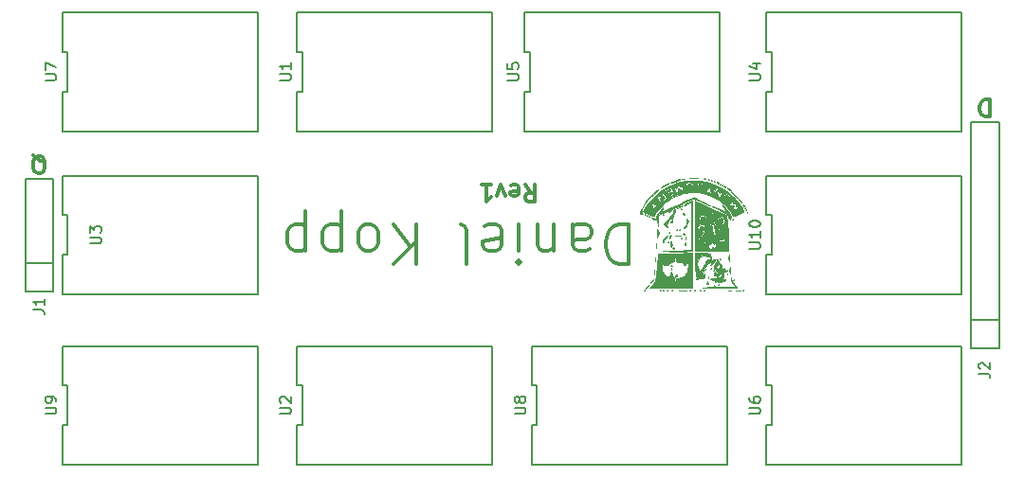
<source format=gbr>
G04 #@! TF.GenerationSoftware,KiCad,Pcbnew,(5.0.0)*
G04 #@! TF.CreationDate,2018-09-20T19:37:14-04:00*
G04 #@! TF.ProjectId,Register,52656769737465722E6B696361645F70,rev?*
G04 #@! TF.SameCoordinates,Original*
G04 #@! TF.FileFunction,Legend,Top*
G04 #@! TF.FilePolarity,Positive*
%FSLAX46Y46*%
G04 Gerber Fmt 4.6, Leading zero omitted, Abs format (unit mm)*
G04 Created by KiCad (PCBNEW (5.0.0)) date 09/20/18 19:37:14*
%MOMM*%
%LPD*%
G01*
G04 APERTURE LIST*
%ADD10C,0.300000*%
%ADD11C,0.150000*%
%ADD12C,0.010000*%
G04 APERTURE END LIST*
D10*
X168032857Y-78061428D02*
X168032857Y-79561428D01*
X167675714Y-79561428D01*
X167461428Y-79490000D01*
X167318571Y-79347142D01*
X167247142Y-79204285D01*
X167175714Y-78918571D01*
X167175714Y-78704285D01*
X167247142Y-78418571D01*
X167318571Y-78275714D01*
X167461428Y-78132857D01*
X167675714Y-78061428D01*
X168032857Y-78061428D01*
X82613571Y-82998571D02*
X82756428Y-83070000D01*
X82899285Y-83212857D01*
X83113571Y-83427142D01*
X83256428Y-83498571D01*
X83399285Y-83498571D01*
X83327857Y-83141428D02*
X83470714Y-83212857D01*
X83613571Y-83355714D01*
X83685000Y-83641428D01*
X83685000Y-84141428D01*
X83613571Y-84427142D01*
X83470714Y-84570000D01*
X83327857Y-84641428D01*
X83042142Y-84641428D01*
X82899285Y-84570000D01*
X82756428Y-84427142D01*
X82685000Y-84141428D01*
X82685000Y-83641428D01*
X82756428Y-83355714D01*
X82899285Y-83212857D01*
X83042142Y-83141428D01*
X83327857Y-83141428D01*
X126559285Y-85681428D02*
X127059285Y-86395714D01*
X127416428Y-85681428D02*
X127416428Y-87181428D01*
X126845000Y-87181428D01*
X126702142Y-87110000D01*
X126630714Y-87038571D01*
X126559285Y-86895714D01*
X126559285Y-86681428D01*
X126630714Y-86538571D01*
X126702142Y-86467142D01*
X126845000Y-86395714D01*
X127416428Y-86395714D01*
X125345000Y-85752857D02*
X125487857Y-85681428D01*
X125773571Y-85681428D01*
X125916428Y-85752857D01*
X125987857Y-85895714D01*
X125987857Y-86467142D01*
X125916428Y-86610000D01*
X125773571Y-86681428D01*
X125487857Y-86681428D01*
X125345000Y-86610000D01*
X125273571Y-86467142D01*
X125273571Y-86324285D01*
X125987857Y-86181428D01*
X124773571Y-86681428D02*
X124416428Y-85681428D01*
X124059285Y-86681428D01*
X122702142Y-85681428D02*
X123559285Y-85681428D01*
X123130714Y-85681428D02*
X123130714Y-87181428D01*
X123273571Y-86967142D01*
X123416428Y-86824285D01*
X123559285Y-86752857D01*
X135816666Y-89221666D02*
X135816666Y-92721666D01*
X134983333Y-92721666D01*
X134483333Y-92555000D01*
X134150000Y-92221666D01*
X133983333Y-91888333D01*
X133816666Y-91221666D01*
X133816666Y-90721666D01*
X133983333Y-90055000D01*
X134150000Y-89721666D01*
X134483333Y-89388333D01*
X134983333Y-89221666D01*
X135816666Y-89221666D01*
X130816666Y-89221666D02*
X130816666Y-91055000D01*
X130983333Y-91388333D01*
X131316666Y-91555000D01*
X131983333Y-91555000D01*
X132316666Y-91388333D01*
X130816666Y-89388333D02*
X131150000Y-89221666D01*
X131983333Y-89221666D01*
X132316666Y-89388333D01*
X132483333Y-89721666D01*
X132483333Y-90055000D01*
X132316666Y-90388333D01*
X131983333Y-90555000D01*
X131150000Y-90555000D01*
X130816666Y-90721666D01*
X129150000Y-91555000D02*
X129150000Y-89221666D01*
X129150000Y-91221666D02*
X128983333Y-91388333D01*
X128650000Y-91555000D01*
X128150000Y-91555000D01*
X127816666Y-91388333D01*
X127650000Y-91055000D01*
X127650000Y-89221666D01*
X125983333Y-89221666D02*
X125983333Y-91555000D01*
X125983333Y-92721666D02*
X126150000Y-92555000D01*
X125983333Y-92388333D01*
X125816666Y-92555000D01*
X125983333Y-92721666D01*
X125983333Y-92388333D01*
X122983333Y-89388333D02*
X123316666Y-89221666D01*
X123983333Y-89221666D01*
X124316666Y-89388333D01*
X124483333Y-89721666D01*
X124483333Y-91055000D01*
X124316666Y-91388333D01*
X123983333Y-91555000D01*
X123316666Y-91555000D01*
X122983333Y-91388333D01*
X122816666Y-91055000D01*
X122816666Y-90721666D01*
X124483333Y-90388333D01*
X120816666Y-89221666D02*
X121150000Y-89388333D01*
X121316666Y-89721666D01*
X121316666Y-92721666D01*
X116816666Y-89221666D02*
X116816666Y-92721666D01*
X114816666Y-89221666D02*
X116316666Y-91221666D01*
X114816666Y-92721666D02*
X116816666Y-90721666D01*
X112816666Y-89221666D02*
X113150000Y-89388333D01*
X113316666Y-89555000D01*
X113483333Y-89888333D01*
X113483333Y-90888333D01*
X113316666Y-91221666D01*
X113150000Y-91388333D01*
X112816666Y-91555000D01*
X112316666Y-91555000D01*
X111983333Y-91388333D01*
X111816666Y-91221666D01*
X111650000Y-90888333D01*
X111650000Y-89888333D01*
X111816666Y-89555000D01*
X111983333Y-89388333D01*
X112316666Y-89221666D01*
X112816666Y-89221666D01*
X110150000Y-91555000D02*
X110150000Y-88055000D01*
X110150000Y-91388333D02*
X109816666Y-91555000D01*
X109150000Y-91555000D01*
X108816666Y-91388333D01*
X108650000Y-91221666D01*
X108483333Y-90888333D01*
X108483333Y-89888333D01*
X108650000Y-89555000D01*
X108816666Y-89388333D01*
X109150000Y-89221666D01*
X109816666Y-89221666D01*
X110150000Y-89388333D01*
X106983333Y-91555000D02*
X106983333Y-88055000D01*
X106983333Y-91388333D02*
X106650000Y-91555000D01*
X105983333Y-91555000D01*
X105650000Y-91388333D01*
X105483333Y-91221666D01*
X105316666Y-90888333D01*
X105316666Y-89888333D01*
X105483333Y-89555000D01*
X105650000Y-89388333D01*
X105983333Y-89221666D01*
X106650000Y-89221666D01*
X106983333Y-89388333D01*
D11*
G04 #@! TO.C,J1*
X81935000Y-95230000D02*
X81935000Y-85110000D01*
X81935000Y-85110000D02*
X84435000Y-85110000D01*
X84435000Y-85110000D02*
X84435000Y-95230000D01*
X84435000Y-95230000D02*
X81935000Y-95230000D01*
X81935000Y-92710000D02*
X84435000Y-92710000D01*
G04 #@! TO.C,J2*
X166390000Y-100310000D02*
X166390000Y-80030000D01*
X166390000Y-80030000D02*
X168890000Y-80030000D01*
X168890000Y-80030000D02*
X168890000Y-100310000D01*
X168890000Y-100310000D02*
X166390000Y-100310000D01*
X166390000Y-97790000D02*
X168890000Y-97790000D01*
G04 #@! TO.C,U1*
X106215000Y-80874999D02*
X123655000Y-80875000D01*
X123655000Y-80875000D02*
X123655000Y-70255001D01*
X123655000Y-70255001D02*
X106215000Y-70255000D01*
X106215000Y-70255000D02*
X106215000Y-73795000D01*
X106215000Y-73795000D02*
X106665000Y-73795000D01*
X106665000Y-73795000D02*
X106665000Y-77334999D01*
X106665000Y-77334999D02*
X106215000Y-77334999D01*
X106215000Y-77334999D02*
X106215000Y-80874999D01*
G04 #@! TO.C,U2*
X106215000Y-107179999D02*
X106215000Y-110719999D01*
X106665000Y-107179999D02*
X106215000Y-107179999D01*
X106665000Y-103640000D02*
X106665000Y-107179999D01*
X106215000Y-103640000D02*
X106665000Y-103640000D01*
X106215000Y-100100000D02*
X106215000Y-103640000D01*
X123655000Y-100100001D02*
X106215000Y-100100000D01*
X123655000Y-110720000D02*
X123655000Y-100100001D01*
X106215000Y-110719999D02*
X123655000Y-110720000D01*
G04 #@! TO.C,U3*
X85260000Y-95479999D02*
X102700000Y-95480000D01*
X102700000Y-95480000D02*
X102700000Y-84860001D01*
X102700000Y-84860001D02*
X85260000Y-84860000D01*
X85260000Y-84860000D02*
X85260000Y-88400000D01*
X85260000Y-88400000D02*
X85710000Y-88400000D01*
X85710000Y-88400000D02*
X85710000Y-91939999D01*
X85710000Y-91939999D02*
X85260000Y-91939999D01*
X85260000Y-91939999D02*
X85260000Y-95479999D01*
G04 #@! TO.C,U4*
X148125000Y-77334999D02*
X148125000Y-80874999D01*
X148575000Y-77334999D02*
X148125000Y-77334999D01*
X148575000Y-73795000D02*
X148575000Y-77334999D01*
X148125000Y-73795000D02*
X148575000Y-73795000D01*
X148125000Y-70255000D02*
X148125000Y-73795000D01*
X165565000Y-70255001D02*
X148125000Y-70255000D01*
X165565000Y-80875000D02*
X165565000Y-70255001D01*
X148125000Y-80874999D02*
X165565000Y-80875000D01*
G04 #@! TO.C,U5*
X126535000Y-80874999D02*
X143975000Y-80875000D01*
X143975000Y-80875000D02*
X143975000Y-70255001D01*
X143975000Y-70255001D02*
X126535000Y-70255000D01*
X126535000Y-70255000D02*
X126535000Y-73795000D01*
X126535000Y-73795000D02*
X126985000Y-73795000D01*
X126985000Y-73795000D02*
X126985000Y-77334999D01*
X126985000Y-77334999D02*
X126535000Y-77334999D01*
X126535000Y-77334999D02*
X126535000Y-80874999D01*
G04 #@! TO.C,U6*
X148125000Y-107179999D02*
X148125000Y-110719999D01*
X148575000Y-107179999D02*
X148125000Y-107179999D01*
X148575000Y-103640000D02*
X148575000Y-107179999D01*
X148125000Y-103640000D02*
X148575000Y-103640000D01*
X148125000Y-100100000D02*
X148125000Y-103640000D01*
X165565000Y-100100001D02*
X148125000Y-100100000D01*
X165565000Y-110720000D02*
X165565000Y-100100001D01*
X148125000Y-110719999D02*
X165565000Y-110720000D01*
G04 #@! TO.C,U7*
X85260000Y-80874999D02*
X102700000Y-80875000D01*
X102700000Y-80875000D02*
X102700000Y-70255001D01*
X102700000Y-70255001D02*
X85260000Y-70255000D01*
X85260000Y-70255000D02*
X85260000Y-73795000D01*
X85260000Y-73795000D02*
X85710000Y-73795000D01*
X85710000Y-73795000D02*
X85710000Y-77334999D01*
X85710000Y-77334999D02*
X85260000Y-77334999D01*
X85260000Y-77334999D02*
X85260000Y-80874999D01*
G04 #@! TO.C,U8*
X127170000Y-107179999D02*
X127170000Y-110719999D01*
X127620000Y-107179999D02*
X127170000Y-107179999D01*
X127620000Y-103640000D02*
X127620000Y-107179999D01*
X127170000Y-103640000D02*
X127620000Y-103640000D01*
X127170000Y-100100000D02*
X127170000Y-103640000D01*
X144610000Y-100100001D02*
X127170000Y-100100000D01*
X144610000Y-110720000D02*
X144610000Y-100100001D01*
X127170000Y-110719999D02*
X144610000Y-110720000D01*
G04 #@! TO.C,U9*
X85260000Y-110719999D02*
X102700000Y-110720000D01*
X102700000Y-110720000D02*
X102700000Y-100100001D01*
X102700000Y-100100001D02*
X85260000Y-100100000D01*
X85260000Y-100100000D02*
X85260000Y-103640000D01*
X85260000Y-103640000D02*
X85710000Y-103640000D01*
X85710000Y-103640000D02*
X85710000Y-107179999D01*
X85710000Y-107179999D02*
X85260000Y-107179999D01*
X85260000Y-107179999D02*
X85260000Y-110719999D01*
G04 #@! TO.C,U10*
X148125000Y-91939999D02*
X148125000Y-95479999D01*
X148575000Y-91939999D02*
X148125000Y-91939999D01*
X148575000Y-88400000D02*
X148575000Y-91939999D01*
X148125000Y-88400000D02*
X148575000Y-88400000D01*
X148125000Y-84860000D02*
X148125000Y-88400000D01*
X165565000Y-84860001D02*
X148125000Y-84860000D01*
X165565000Y-95480000D02*
X165565000Y-84860001D01*
X148125000Y-95479999D02*
X165565000Y-95480000D01*
D12*
G04 #@! TO.C,G\002A\002A\002A*
G36*
X139998757Y-93834566D02*
X139996334Y-93815663D01*
X140057878Y-93700996D01*
X140081000Y-93683666D01*
X140153484Y-93702860D01*
X140165667Y-93763336D01*
X140121463Y-93879179D01*
X140081000Y-93895333D01*
X139998757Y-93834566D01*
X139998757Y-93834566D01*
G37*
X139998757Y-93834566D02*
X139996334Y-93815663D01*
X140057878Y-93700996D01*
X140081000Y-93683666D01*
X140153484Y-93702860D01*
X140165667Y-93763336D01*
X140121463Y-93879179D01*
X140081000Y-93895333D01*
X139998757Y-93834566D01*
G36*
X139599830Y-93233875D02*
X139589737Y-93101551D01*
X139606514Y-93071597D01*
X139644996Y-93096848D01*
X139650983Y-93182722D01*
X139630306Y-93273064D01*
X139599830Y-93233875D01*
X139599830Y-93233875D01*
G37*
X139599830Y-93233875D02*
X139589737Y-93101551D01*
X139606514Y-93071597D01*
X139644996Y-93096848D01*
X139650983Y-93182722D01*
X139630306Y-93273064D01*
X139599830Y-93233875D01*
G36*
X139511264Y-92930486D02*
X139536515Y-92892004D01*
X139622389Y-92886017D01*
X139712732Y-92906695D01*
X139673542Y-92937170D01*
X139541218Y-92947264D01*
X139511264Y-92930486D01*
X139511264Y-92930486D01*
G37*
X139511264Y-92930486D02*
X139536515Y-92892004D01*
X139622389Y-92886017D01*
X139712732Y-92906695D01*
X139673542Y-92937170D01*
X139541218Y-92947264D01*
X139511264Y-92930486D01*
G36*
X140708036Y-92838287D02*
X140716000Y-92794666D01*
X140824243Y-92713229D01*
X140847997Y-92710000D01*
X140925387Y-92774579D01*
X140927667Y-92794666D01*
X140858752Y-92868971D01*
X140795670Y-92879333D01*
X140708036Y-92838287D01*
X140708036Y-92838287D01*
G37*
X140708036Y-92838287D02*
X140716000Y-92794666D01*
X140824243Y-92713229D01*
X140847997Y-92710000D01*
X140925387Y-92774579D01*
X140927667Y-92794666D01*
X140858752Y-92868971D01*
X140795670Y-92879333D01*
X140708036Y-92838287D01*
G36*
X143249220Y-89198842D02*
X143256000Y-89154000D01*
X143328421Y-89073317D01*
X143340667Y-89069333D01*
X143407981Y-89128385D01*
X143425334Y-89154000D01*
X143405228Y-89225729D01*
X143340667Y-89238666D01*
X143249220Y-89198842D01*
X143249220Y-89198842D01*
G37*
X143249220Y-89198842D02*
X143256000Y-89154000D01*
X143328421Y-89073317D01*
X143340667Y-89069333D01*
X143407981Y-89128385D01*
X143425334Y-89154000D01*
X143405228Y-89225729D01*
X143340667Y-89238666D01*
X143249220Y-89198842D01*
G36*
X144387060Y-87050704D02*
X144295837Y-86890148D01*
X144290319Y-86720332D01*
X144290497Y-86719833D01*
X144396824Y-86631356D01*
X144568316Y-86621902D01*
X144723352Y-86686069D01*
X144772403Y-86751731D01*
X144765451Y-86932419D01*
X144648009Y-87079737D01*
X144518612Y-87122000D01*
X144387060Y-87050704D01*
X144387060Y-87050704D01*
G37*
X144387060Y-87050704D02*
X144295837Y-86890148D01*
X144290319Y-86720332D01*
X144290497Y-86719833D01*
X144396824Y-86631356D01*
X144568316Y-86621902D01*
X144723352Y-86686069D01*
X144772403Y-86751731D01*
X144765451Y-86932419D01*
X144648009Y-87079737D01*
X144518612Y-87122000D01*
X144387060Y-87050704D01*
G36*
X138590757Y-87028037D02*
X138601474Y-86900965D01*
X138694261Y-86777776D01*
X138828722Y-86665676D01*
X138918655Y-86675871D01*
X138970172Y-86728755D01*
X139019296Y-86839107D01*
X138937584Y-86945395D01*
X138881985Y-86986587D01*
X138694509Y-87067977D01*
X138590757Y-87028037D01*
X138590757Y-87028037D01*
G37*
X138590757Y-87028037D02*
X138601474Y-86900965D01*
X138694261Y-86777776D01*
X138828722Y-86665676D01*
X138918655Y-86675871D01*
X138970172Y-86728755D01*
X139019296Y-86839107D01*
X138937584Y-86945395D01*
X138881985Y-86986587D01*
X138694509Y-87067977D01*
X138590757Y-87028037D01*
G36*
X141045196Y-85980678D02*
X140937364Y-85859098D01*
X140971878Y-85720813D01*
X140979075Y-85708792D01*
X141141262Y-85554430D01*
X141323430Y-85549184D01*
X141416263Y-85612462D01*
X141506367Y-85784187D01*
X141467494Y-85938336D01*
X141338672Y-86036179D01*
X141158930Y-86038988D01*
X141045196Y-85980678D01*
X141045196Y-85980678D01*
G37*
X141045196Y-85980678D02*
X140937364Y-85859098D01*
X140971878Y-85720813D01*
X140979075Y-85708792D01*
X141141262Y-85554430D01*
X141323430Y-85549184D01*
X141416263Y-85612462D01*
X141506367Y-85784187D01*
X141467494Y-85938336D01*
X141338672Y-86036179D01*
X141158930Y-86038988D01*
X141045196Y-85980678D01*
G36*
X137202334Y-95123000D02*
X137244667Y-95080666D01*
X137287000Y-95123000D01*
X137244667Y-95165333D01*
X137202334Y-95123000D01*
X137202334Y-95123000D01*
G37*
X137202334Y-95123000D02*
X137244667Y-95080666D01*
X137287000Y-95123000D01*
X137244667Y-95165333D01*
X137202334Y-95123000D01*
G36*
X138585223Y-95137111D02*
X138596845Y-95086777D01*
X138641667Y-95080666D01*
X138711357Y-95111645D01*
X138698112Y-95137111D01*
X138597632Y-95147244D01*
X138585223Y-95137111D01*
X138585223Y-95137111D01*
G37*
X138585223Y-95137111D02*
X138596845Y-95086777D01*
X138641667Y-95080666D01*
X138711357Y-95111645D01*
X138698112Y-95137111D01*
X138597632Y-95147244D01*
X138585223Y-95137111D01*
G36*
X138839223Y-95137111D02*
X138850845Y-95086777D01*
X138895667Y-95080666D01*
X138965357Y-95111645D01*
X138952112Y-95137111D01*
X138851632Y-95147244D01*
X138839223Y-95137111D01*
X138839223Y-95137111D01*
G37*
X138839223Y-95137111D02*
X138850845Y-95086777D01*
X138895667Y-95080666D01*
X138965357Y-95111645D01*
X138952112Y-95137111D01*
X138851632Y-95147244D01*
X138839223Y-95137111D01*
G36*
X139234334Y-95123000D02*
X139276667Y-95080666D01*
X139319000Y-95123000D01*
X139276667Y-95165333D01*
X139234334Y-95123000D01*
X139234334Y-95123000D01*
G37*
X139234334Y-95123000D02*
X139276667Y-95080666D01*
X139319000Y-95123000D01*
X139276667Y-95165333D01*
X139234334Y-95123000D01*
G36*
X139657667Y-95123000D02*
X139700000Y-95080666D01*
X139742334Y-95123000D01*
X139700000Y-95165333D01*
X139657667Y-95123000D01*
X139657667Y-95123000D01*
G37*
X139657667Y-95123000D02*
X139700000Y-95080666D01*
X139742334Y-95123000D01*
X139700000Y-95165333D01*
X139657667Y-95123000D01*
G36*
X140369370Y-95143599D02*
X140358056Y-95142456D01*
X140277940Y-95126757D01*
X140350477Y-95114847D01*
X140558998Y-95108802D01*
X140631334Y-95108449D01*
X140878492Y-95112179D01*
X141000761Y-95122680D01*
X140978197Y-95137872D01*
X140950722Y-95141773D01*
X140670740Y-95155988D01*
X140369370Y-95143599D01*
X140369370Y-95143599D01*
G37*
X140369370Y-95143599D02*
X140358056Y-95142456D01*
X140277940Y-95126757D01*
X140350477Y-95114847D01*
X140558998Y-95108802D01*
X140631334Y-95108449D01*
X140878492Y-95112179D01*
X141000761Y-95122680D01*
X140978197Y-95137872D01*
X140950722Y-95141773D01*
X140670740Y-95155988D01*
X140369370Y-95143599D01*
G36*
X141266334Y-95123000D02*
X141308667Y-95080666D01*
X141351000Y-95123000D01*
X141308667Y-95165333D01*
X141266334Y-95123000D01*
X141266334Y-95123000D01*
G37*
X141266334Y-95123000D02*
X141308667Y-95080666D01*
X141351000Y-95123000D01*
X141308667Y-95165333D01*
X141266334Y-95123000D01*
G36*
X141689667Y-95123000D02*
X141732000Y-95080666D01*
X141774334Y-95123000D01*
X141732000Y-95165333D01*
X141689667Y-95123000D01*
X141689667Y-95123000D01*
G37*
X141689667Y-95123000D02*
X141732000Y-95080666D01*
X141774334Y-95123000D01*
X141732000Y-95165333D01*
X141689667Y-95123000D01*
G36*
X142141223Y-95137111D02*
X142152845Y-95086777D01*
X142197667Y-95080666D01*
X142267357Y-95111645D01*
X142254112Y-95137111D01*
X142153632Y-95147244D01*
X142141223Y-95137111D01*
X142141223Y-95137111D01*
G37*
X142141223Y-95137111D02*
X142152845Y-95086777D01*
X142197667Y-95080666D01*
X142267357Y-95111645D01*
X142254112Y-95137111D01*
X142153632Y-95147244D01*
X142141223Y-95137111D01*
G36*
X142536334Y-95123000D02*
X142578667Y-95080666D01*
X142621000Y-95123000D01*
X142578667Y-95165333D01*
X142536334Y-95123000D01*
X142536334Y-95123000D01*
G37*
X142536334Y-95123000D02*
X142578667Y-95080666D01*
X142621000Y-95123000D01*
X142578667Y-95165333D01*
X142536334Y-95123000D01*
G36*
X144716500Y-95136740D02*
X144705864Y-95105837D01*
X144822334Y-95094035D01*
X144942529Y-95107340D01*
X144928167Y-95136740D01*
X144754825Y-95147922D01*
X144716500Y-95136740D01*
X144716500Y-95136740D01*
G37*
X144716500Y-95136740D02*
X144705864Y-95105837D01*
X144822334Y-95094035D01*
X144942529Y-95107340D01*
X144928167Y-95136740D01*
X144754825Y-95147922D01*
X144716500Y-95136740D01*
G36*
X145393834Y-95140419D02*
X145353711Y-95119481D01*
X145460085Y-95106196D01*
X145584334Y-95103727D01*
X145767455Y-95110332D01*
X145817724Y-95127218D01*
X145774834Y-95140419D01*
X145528117Y-95154426D01*
X145393834Y-95140419D01*
X145393834Y-95140419D01*
G37*
X145393834Y-95140419D02*
X145353711Y-95119481D01*
X145460085Y-95106196D01*
X145584334Y-95103727D01*
X145767455Y-95110332D01*
X145817724Y-95127218D01*
X145774834Y-95140419D01*
X145528117Y-95154426D01*
X145393834Y-95140419D01*
G36*
X146007667Y-95123000D02*
X146050000Y-95080666D01*
X146092334Y-95123000D01*
X146050000Y-95165333D01*
X146007667Y-95123000D01*
X146007667Y-95123000D01*
G37*
X146007667Y-95123000D02*
X146050000Y-95080666D01*
X146092334Y-95123000D01*
X146050000Y-95165333D01*
X146007667Y-95123000D01*
G36*
X137320282Y-94943121D02*
X137414000Y-94826666D01*
X137541230Y-94701450D01*
X137609578Y-94657333D01*
X137592386Y-94710212D01*
X137498667Y-94826666D01*
X137371437Y-94951883D01*
X137303089Y-94996000D01*
X137320282Y-94943121D01*
X137320282Y-94943121D01*
G37*
X137320282Y-94943121D02*
X137414000Y-94826666D01*
X137541230Y-94701450D01*
X137609578Y-94657333D01*
X137592386Y-94710212D01*
X137498667Y-94826666D01*
X137371437Y-94951883D01*
X137303089Y-94996000D01*
X137320282Y-94943121D01*
G36*
X143806334Y-94615000D02*
X143848667Y-94572666D01*
X143891000Y-94615000D01*
X143848667Y-94657333D01*
X143806334Y-94615000D01*
X143806334Y-94615000D01*
G37*
X143806334Y-94615000D02*
X143848667Y-94572666D01*
X143891000Y-94615000D01*
X143848667Y-94657333D01*
X143806334Y-94615000D01*
G36*
X142799573Y-94504050D02*
X142790334Y-94445666D01*
X142808448Y-94332704D01*
X142823609Y-94318666D01*
X142878202Y-94384872D01*
X142905618Y-94445666D01*
X142907378Y-94554688D01*
X142872343Y-94572666D01*
X142799573Y-94504050D01*
X142799573Y-94504050D01*
G37*
X142799573Y-94504050D02*
X142790334Y-94445666D01*
X142808448Y-94332704D01*
X142823609Y-94318666D01*
X142878202Y-94384872D01*
X142905618Y-94445666D01*
X142907378Y-94554688D01*
X142872343Y-94572666D01*
X142799573Y-94504050D01*
G36*
X143552334Y-94361000D02*
X143594667Y-94318666D01*
X143637000Y-94361000D01*
X143594667Y-94403333D01*
X143552334Y-94361000D01*
X143552334Y-94361000D01*
G37*
X143552334Y-94361000D02*
X143594667Y-94318666D01*
X143637000Y-94361000D01*
X143594667Y-94403333D01*
X143552334Y-94361000D01*
G36*
X137743615Y-94435121D02*
X137837334Y-94318666D01*
X137964564Y-94193450D01*
X138032912Y-94149333D01*
X138015719Y-94202212D01*
X137922000Y-94318666D01*
X137794771Y-94443883D01*
X137726423Y-94488000D01*
X137743615Y-94435121D01*
X137743615Y-94435121D01*
G37*
X137743615Y-94435121D02*
X137837334Y-94318666D01*
X137964564Y-94193450D01*
X138032912Y-94149333D01*
X138015719Y-94202212D01*
X137922000Y-94318666D01*
X137794771Y-94443883D01*
X137726423Y-94488000D01*
X137743615Y-94435121D01*
G36*
X145161000Y-94191666D02*
X145203334Y-94149333D01*
X145245667Y-94191666D01*
X145203334Y-94234000D01*
X145161000Y-94191666D01*
X145161000Y-94191666D01*
G37*
X145161000Y-94191666D02*
X145203334Y-94149333D01*
X145245667Y-94191666D01*
X145203334Y-94234000D01*
X145161000Y-94191666D01*
G36*
X143615834Y-94893477D02*
X143130177Y-94887483D01*
X142760796Y-94880073D01*
X142518846Y-94871745D01*
X142415486Y-94862999D01*
X142461871Y-94854334D01*
X142602979Y-94848147D01*
X143000673Y-94828090D01*
X143277481Y-94798117D01*
X143414246Y-94760776D01*
X143423482Y-94739003D01*
X143433094Y-94663162D01*
X143462670Y-94657333D01*
X143548888Y-94718794D01*
X143552334Y-94742000D01*
X143633374Y-94779992D01*
X143862390Y-94807856D01*
X144218226Y-94823703D01*
X144500276Y-94826666D01*
X145448218Y-94826666D01*
X145170444Y-94540076D01*
X144981438Y-94303097D01*
X144924967Y-94106890D01*
X144930638Y-94053243D01*
X144959133Y-93917922D01*
X144972301Y-93943787D01*
X144980137Y-94069993D01*
X145047359Y-94266792D01*
X145199615Y-94482827D01*
X145245667Y-94530333D01*
X145404306Y-94697493D01*
X145492940Y-94820343D01*
X145499667Y-94842507D01*
X145419018Y-94861628D01*
X145193086Y-94877120D01*
X144845898Y-94888332D01*
X144401478Y-94894615D01*
X143883851Y-94895318D01*
X143615834Y-94893477D01*
X143615834Y-94893477D01*
G37*
X143615834Y-94893477D02*
X143130177Y-94887483D01*
X142760796Y-94880073D01*
X142518846Y-94871745D01*
X142415486Y-94862999D01*
X142461871Y-94854334D01*
X142602979Y-94848147D01*
X143000673Y-94828090D01*
X143277481Y-94798117D01*
X143414246Y-94760776D01*
X143423482Y-94739003D01*
X143433094Y-94663162D01*
X143462670Y-94657333D01*
X143548888Y-94718794D01*
X143552334Y-94742000D01*
X143633374Y-94779992D01*
X143862390Y-94807856D01*
X144218226Y-94823703D01*
X144500276Y-94826666D01*
X145448218Y-94826666D01*
X145170444Y-94540076D01*
X144981438Y-94303097D01*
X144924967Y-94106890D01*
X144930638Y-94053243D01*
X144959133Y-93917922D01*
X144972301Y-93943787D01*
X144980137Y-94069993D01*
X145047359Y-94266792D01*
X145199615Y-94482827D01*
X145245667Y-94530333D01*
X145404306Y-94697493D01*
X145492940Y-94820343D01*
X145499667Y-94842507D01*
X145419018Y-94861628D01*
X145193086Y-94877120D01*
X144845898Y-94888332D01*
X144401478Y-94894615D01*
X143883851Y-94895318D01*
X143615834Y-94893477D01*
G36*
X142901830Y-93995875D02*
X142891737Y-93863551D01*
X142908514Y-93833597D01*
X142946996Y-93858848D01*
X142952983Y-93944722D01*
X142932306Y-94035064D01*
X142901830Y-93995875D01*
X142901830Y-93995875D01*
G37*
X142901830Y-93995875D02*
X142891737Y-93863551D01*
X142908514Y-93833597D01*
X142946996Y-93858848D01*
X142952983Y-93944722D01*
X142932306Y-94035064D01*
X142901830Y-93995875D01*
G36*
X144596556Y-93697778D02*
X144586423Y-93597298D01*
X144596556Y-93584889D01*
X144646890Y-93596511D01*
X144653000Y-93641333D01*
X144622022Y-93711023D01*
X144596556Y-93697778D01*
X144596556Y-93697778D01*
G37*
X144596556Y-93697778D02*
X144586423Y-93597298D01*
X144596556Y-93584889D01*
X144646890Y-93596511D01*
X144653000Y-93641333D01*
X144622022Y-93711023D01*
X144596556Y-93697778D01*
G36*
X143383000Y-93345000D02*
X143425334Y-93302666D01*
X143467667Y-93345000D01*
X143425334Y-93387333D01*
X143383000Y-93345000D01*
X143383000Y-93345000D01*
G37*
X143383000Y-93345000D02*
X143425334Y-93302666D01*
X143467667Y-93345000D01*
X143425334Y-93387333D01*
X143383000Y-93345000D01*
G36*
X142621000Y-93260333D02*
X142663334Y-93218000D01*
X142705667Y-93260333D01*
X142663334Y-93302666D01*
X142621000Y-93260333D01*
X142621000Y-93260333D01*
G37*
X142621000Y-93260333D02*
X142663334Y-93218000D01*
X142705667Y-93260333D01*
X142663334Y-93302666D01*
X142621000Y-93260333D01*
G36*
X138073915Y-93662500D02*
X138059908Y-93415783D01*
X138073915Y-93281500D01*
X138094853Y-93241377D01*
X138108137Y-93347751D01*
X138110607Y-93472000D01*
X138104002Y-93655121D01*
X138087116Y-93705390D01*
X138073915Y-93662500D01*
X138073915Y-93662500D01*
G37*
X138073915Y-93662500D02*
X138059908Y-93415783D01*
X138073915Y-93281500D01*
X138094853Y-93241377D01*
X138108137Y-93347751D01*
X138110607Y-93472000D01*
X138104002Y-93655121D01*
X138087116Y-93705390D01*
X138073915Y-93662500D01*
G36*
X143129000Y-93175666D02*
X143171334Y-93133333D01*
X143213667Y-93175666D01*
X143171334Y-93218000D01*
X143129000Y-93175666D01*
X143129000Y-93175666D01*
G37*
X143129000Y-93175666D02*
X143171334Y-93133333D01*
X143213667Y-93175666D01*
X143171334Y-93218000D01*
X143129000Y-93175666D01*
G36*
X144845892Y-93578342D02*
X144845640Y-93576317D01*
X144831813Y-93300206D01*
X144846504Y-93068317D01*
X144864146Y-93021550D01*
X144876464Y-93122289D01*
X144880765Y-93345000D01*
X144875676Y-93562278D01*
X144863154Y-93645976D01*
X144845892Y-93578342D01*
X144845892Y-93578342D01*
G37*
X144845892Y-93578342D02*
X144845640Y-93576317D01*
X144831813Y-93300206D01*
X144846504Y-93068317D01*
X144864146Y-93021550D01*
X144876464Y-93122289D01*
X144880765Y-93345000D01*
X144875676Y-93562278D01*
X144863154Y-93645976D01*
X144845892Y-93578342D01*
G36*
X143919223Y-92343111D02*
X143930845Y-92292777D01*
X143975667Y-92286666D01*
X144045357Y-92317645D01*
X144032112Y-92343111D01*
X143931632Y-92353244D01*
X143919223Y-92343111D01*
X143919223Y-92343111D01*
G37*
X143919223Y-92343111D02*
X143930845Y-92292777D01*
X143975667Y-92286666D01*
X144045357Y-92317645D01*
X144032112Y-92343111D01*
X143931632Y-92353244D01*
X143919223Y-92343111D01*
G36*
X138159971Y-92519500D02*
X138146804Y-92304766D01*
X138159971Y-92223166D01*
X138184511Y-92196816D01*
X138197872Y-92313888D01*
X138198691Y-92371333D01*
X138189864Y-92525369D01*
X138167886Y-92543522D01*
X138159971Y-92519500D01*
X138159971Y-92519500D01*
G37*
X138159971Y-92519500D02*
X138146804Y-92304766D01*
X138159971Y-92223166D01*
X138184511Y-92196816D01*
X138197872Y-92313888D01*
X138198691Y-92371333D01*
X138189864Y-92525369D01*
X138167886Y-92543522D01*
X138159971Y-92519500D01*
G36*
X137978386Y-94556308D02*
X138090380Y-94409905D01*
X138170383Y-94276732D01*
X138226477Y-94122760D01*
X138266742Y-93913958D01*
X138299260Y-93616298D01*
X138332112Y-93195748D01*
X138345334Y-93011141D01*
X138430000Y-91821000D01*
X139975167Y-91797923D01*
X141520334Y-91774847D01*
X141520334Y-93338429D01*
X141307246Y-93338429D01*
X141295927Y-93324869D01*
X141196146Y-93340246D01*
X141055426Y-93341457D01*
X141043873Y-93258607D01*
X141048340Y-93246290D01*
X141141082Y-92964267D01*
X141148427Y-92795552D01*
X141067257Y-92705450D01*
X140997455Y-92680342D01*
X140784762Y-92645941D01*
X140507229Y-92627431D01*
X140444670Y-92626489D01*
X140218180Y-92615831D01*
X140105004Y-92557487D01*
X140049201Y-92408959D01*
X140029758Y-92311287D01*
X139988331Y-92118307D01*
X139954228Y-92075510D01*
X139908630Y-92165777D01*
X139898757Y-92192106D01*
X139860695Y-92371663D01*
X139874781Y-92464813D01*
X139837054Y-92532173D01*
X139680404Y-92590960D01*
X139663279Y-92594578D01*
X139482694Y-92663670D01*
X139403799Y-92759167D01*
X139403667Y-92762916D01*
X139359301Y-92856961D01*
X139209069Y-92869876D01*
X138994343Y-92824097D01*
X138867461Y-92770274D01*
X138896681Y-92708206D01*
X138909677Y-92699550D01*
X138963347Y-92642647D01*
X138864887Y-92626630D01*
X138770066Y-92646239D01*
X138737168Y-92735985D01*
X138754419Y-92939049D01*
X138763216Y-92999495D01*
X138791629Y-93228389D01*
X138774135Y-93330974D01*
X138694088Y-93347727D01*
X138624663Y-93336424D01*
X138495527Y-93315625D01*
X138525054Y-93340861D01*
X138599334Y-93375001D01*
X138758263Y-93422454D01*
X138826071Y-93417843D01*
X138891041Y-93460681D01*
X138943316Y-93576604D01*
X139066895Y-93799927D01*
X139231421Y-93896940D01*
X139394623Y-93863813D01*
X139514229Y-93696714D01*
X139533143Y-93630061D01*
X139585654Y-93463397D01*
X139642284Y-93451725D01*
X139665574Y-93481894D01*
X139727351Y-93660635D01*
X139741037Y-93786843D01*
X139774232Y-93922081D01*
X139879183Y-93922171D01*
X139969280Y-93905317D01*
X139951201Y-93988402D01*
X139921913Y-94045523D01*
X139875297Y-94301709D01*
X139906696Y-94418194D01*
X139962457Y-94543171D01*
X139987595Y-94522356D01*
X140000993Y-94361000D01*
X140010034Y-94163339D01*
X140009888Y-94054083D01*
X140076156Y-94011745D01*
X140190362Y-93999007D01*
X140467701Y-93954916D01*
X140715853Y-93848159D01*
X140875430Y-93707581D01*
X140899695Y-93654489D01*
X141002393Y-93509935D01*
X141166668Y-93402931D01*
X141307246Y-93338429D01*
X141520334Y-93338429D01*
X141520334Y-94911333D01*
X137696105Y-94911333D01*
X137978386Y-94556308D01*
X137978386Y-94556308D01*
G37*
X137978386Y-94556308D02*
X138090380Y-94409905D01*
X138170383Y-94276732D01*
X138226477Y-94122760D01*
X138266742Y-93913958D01*
X138299260Y-93616298D01*
X138332112Y-93195748D01*
X138345334Y-93011141D01*
X138430000Y-91821000D01*
X139975167Y-91797923D01*
X141520334Y-91774847D01*
X141520334Y-93338429D01*
X141307246Y-93338429D01*
X141295927Y-93324869D01*
X141196146Y-93340246D01*
X141055426Y-93341457D01*
X141043873Y-93258607D01*
X141048340Y-93246290D01*
X141141082Y-92964267D01*
X141148427Y-92795552D01*
X141067257Y-92705450D01*
X140997455Y-92680342D01*
X140784762Y-92645941D01*
X140507229Y-92627431D01*
X140444670Y-92626489D01*
X140218180Y-92615831D01*
X140105004Y-92557487D01*
X140049201Y-92408959D01*
X140029758Y-92311287D01*
X139988331Y-92118307D01*
X139954228Y-92075510D01*
X139908630Y-92165777D01*
X139898757Y-92192106D01*
X139860695Y-92371663D01*
X139874781Y-92464813D01*
X139837054Y-92532173D01*
X139680404Y-92590960D01*
X139663279Y-92594578D01*
X139482694Y-92663670D01*
X139403799Y-92759167D01*
X139403667Y-92762916D01*
X139359301Y-92856961D01*
X139209069Y-92869876D01*
X138994343Y-92824097D01*
X138867461Y-92770274D01*
X138896681Y-92708206D01*
X138909677Y-92699550D01*
X138963347Y-92642647D01*
X138864887Y-92626630D01*
X138770066Y-92646239D01*
X138737168Y-92735985D01*
X138754419Y-92939049D01*
X138763216Y-92999495D01*
X138791629Y-93228389D01*
X138774135Y-93330974D01*
X138694088Y-93347727D01*
X138624663Y-93336424D01*
X138495527Y-93315625D01*
X138525054Y-93340861D01*
X138599334Y-93375001D01*
X138758263Y-93422454D01*
X138826071Y-93417843D01*
X138891041Y-93460681D01*
X138943316Y-93576604D01*
X139066895Y-93799927D01*
X139231421Y-93896940D01*
X139394623Y-93863813D01*
X139514229Y-93696714D01*
X139533143Y-93630061D01*
X139585654Y-93463397D01*
X139642284Y-93451725D01*
X139665574Y-93481894D01*
X139727351Y-93660635D01*
X139741037Y-93786843D01*
X139774232Y-93922081D01*
X139879183Y-93922171D01*
X139969280Y-93905317D01*
X139951201Y-93988402D01*
X139921913Y-94045523D01*
X139875297Y-94301709D01*
X139906696Y-94418194D01*
X139962457Y-94543171D01*
X139987595Y-94522356D01*
X140000993Y-94361000D01*
X140010034Y-94163339D01*
X140009888Y-94054083D01*
X140076156Y-94011745D01*
X140190362Y-93999007D01*
X140467701Y-93954916D01*
X140715853Y-93848159D01*
X140875430Y-93707581D01*
X140899695Y-93654489D01*
X141002393Y-93509935D01*
X141166668Y-93402931D01*
X141307246Y-93338429D01*
X141520334Y-93338429D01*
X141520334Y-94911333D01*
X137696105Y-94911333D01*
X137978386Y-94556308D01*
G36*
X143722356Y-94321520D02*
X143721667Y-94314466D01*
X143646824Y-94261554D01*
X143458865Y-94206663D01*
X143368782Y-94189264D01*
X143157141Y-94139984D01*
X143106491Y-94088672D01*
X143139693Y-94060365D01*
X143314703Y-94016530D01*
X143492578Y-94016233D01*
X143675513Y-93999825D01*
X143721667Y-93926024D01*
X143652032Y-93829013D01*
X143570477Y-93810666D01*
X143442995Y-93743048D01*
X143419286Y-93641333D01*
X143464709Y-93503936D01*
X143528143Y-93472000D01*
X143628596Y-93527210D01*
X143637000Y-93561663D01*
X143688959Y-93612036D01*
X143722317Y-93598598D01*
X143744095Y-93505987D01*
X143679983Y-93418221D01*
X143575761Y-93278514D01*
X143552334Y-93206955D01*
X143500106Y-93162035D01*
X143467667Y-93175666D01*
X143397810Y-93198554D01*
X143399427Y-93124967D01*
X143476790Y-92934672D01*
X143552334Y-92774674D01*
X143663718Y-92540787D01*
X143710010Y-92421125D01*
X143699699Y-92377402D01*
X143641787Y-92371333D01*
X143549245Y-92437315D01*
X143427964Y-92598818D01*
X143411866Y-92625333D01*
X143291118Y-92791657D01*
X143189467Y-92874588D01*
X143138581Y-92858183D01*
X143159618Y-92752333D01*
X143166690Y-92642417D01*
X143083880Y-92629088D01*
X142944714Y-92692983D01*
X142782718Y-92814739D01*
X142631415Y-92974993D01*
X142546243Y-93106600D01*
X142484781Y-93315829D01*
X142459733Y-93582476D01*
X142460107Y-93614600D01*
X142465011Y-93717381D01*
X141998284Y-93717381D01*
X141969328Y-93589951D01*
X141917369Y-93478173D01*
X141888204Y-93523469D01*
X141875184Y-93584460D01*
X141872225Y-93739037D01*
X141893850Y-93789071D01*
X141971716Y-93811494D01*
X141998284Y-93717381D01*
X142465011Y-93717381D01*
X142469345Y-93808209D01*
X142489301Y-93847068D01*
X142529951Y-93745759D01*
X142536334Y-93726000D01*
X142583843Y-93590071D01*
X142603989Y-93604153D01*
X142612561Y-93772499D01*
X142606267Y-93941230D01*
X142539596Y-94005147D01*
X142363736Y-94000471D01*
X142313112Y-93994720D01*
X142123733Y-93989301D01*
X142049238Y-94023004D01*
X142053246Y-94036479D01*
X142024028Y-94103455D01*
X141931402Y-94126978D01*
X141816464Y-94116774D01*
X141847358Y-94036877D01*
X141862967Y-94017553D01*
X141917738Y-93916216D01*
X141869367Y-93895333D01*
X141824557Y-93822931D01*
X141794275Y-93601020D01*
X141777888Y-93222544D01*
X141774334Y-92837000D01*
X141774334Y-91778666D01*
X142451667Y-91778666D01*
X142789812Y-91782478D01*
X142992532Y-91799321D01*
X143093663Y-91837309D01*
X143127041Y-91904555D01*
X143129000Y-91941075D01*
X143152561Y-92168974D01*
X143172611Y-92258575D01*
X143172656Y-92299832D01*
X143117253Y-92204299D01*
X143099434Y-92167530D01*
X143005934Y-92017041D01*
X142946653Y-92029896D01*
X142942592Y-92040530D01*
X142891907Y-92116410D01*
X142794334Y-92069534D01*
X142758883Y-92041071D01*
X142630168Y-91967552D01*
X142487695Y-91994188D01*
X142392635Y-92041071D01*
X142183486Y-92203302D01*
X142027766Y-92393119D01*
X141943696Y-92569765D01*
X141931100Y-92751777D01*
X141983114Y-93011048D01*
X142055573Y-93232468D01*
X142129379Y-93360664D01*
X142160369Y-93374629D01*
X142246640Y-93295844D01*
X142379293Y-93121992D01*
X142523146Y-92906402D01*
X142643017Y-92702400D01*
X142703722Y-92563315D01*
X142705667Y-92548093D01*
X142767953Y-92419252D01*
X142903611Y-92333299D01*
X143035840Y-92333905D01*
X143055844Y-92348976D01*
X143211151Y-92395779D01*
X143444967Y-92355108D01*
X143668504Y-92313270D01*
X143787990Y-92351020D01*
X143813576Y-92383052D01*
X143823496Y-92513469D01*
X143785114Y-92553781D01*
X143776393Y-92613806D01*
X143910037Y-92669385D01*
X144057473Y-92727004D01*
X144103203Y-92835615D01*
X144100437Y-92862768D01*
X143940362Y-92862768D01*
X143852743Y-92774850D01*
X143724027Y-92807109D01*
X143670041Y-92864027D01*
X143613108Y-93026998D01*
X143654368Y-93111926D01*
X143788202Y-93211107D01*
X143891513Y-93144507D01*
X143936689Y-93038096D01*
X143940362Y-92862768D01*
X144100437Y-92862768D01*
X144085043Y-93013869D01*
X144077200Y-93230350D01*
X144146597Y-93297529D01*
X144291163Y-93213720D01*
X144309821Y-93196833D01*
X144388668Y-93133351D01*
X144366424Y-93192686D01*
X144364091Y-93196833D01*
X144371850Y-93290506D01*
X144510896Y-93320032D01*
X144595794Y-93310595D01*
X144623822Y-93345000D01*
X143975667Y-93345000D01*
X143933334Y-93302666D01*
X143891000Y-93345000D01*
X143933334Y-93387333D01*
X143975667Y-93345000D01*
X144623822Y-93345000D01*
X144628753Y-93351052D01*
X144615180Y-93380031D01*
X144500466Y-93435071D01*
X144410375Y-93431857D01*
X144300944Y-93442123D01*
X144287552Y-93561850D01*
X144295592Y-93609361D01*
X144294218Y-93620166D01*
X144226974Y-93620166D01*
X144176507Y-93554236D01*
X144057619Y-93575339D01*
X143933820Y-93664353D01*
X143893979Y-93720434D01*
X143815730Y-93896072D01*
X143837137Y-93969773D01*
X143902833Y-93980000D01*
X144024314Y-93916654D01*
X144154264Y-93776287D01*
X144225568Y-93633405D01*
X144226974Y-93620166D01*
X144294218Y-93620166D01*
X144263890Y-93858585D01*
X144176605Y-93995644D01*
X144073902Y-94120077D01*
X144098682Y-94150145D01*
X144259120Y-94115985D01*
X144431401Y-94094159D01*
X144468795Y-94150576D01*
X144466197Y-94159409D01*
X144363699Y-94258656D01*
X144267411Y-94292832D01*
X143955358Y-94345038D01*
X143781964Y-94354272D01*
X143722356Y-94321520D01*
X143722356Y-94321520D01*
G37*
X143722356Y-94321520D02*
X143721667Y-94314466D01*
X143646824Y-94261554D01*
X143458865Y-94206663D01*
X143368782Y-94189264D01*
X143157141Y-94139984D01*
X143106491Y-94088672D01*
X143139693Y-94060365D01*
X143314703Y-94016530D01*
X143492578Y-94016233D01*
X143675513Y-93999825D01*
X143721667Y-93926024D01*
X143652032Y-93829013D01*
X143570477Y-93810666D01*
X143442995Y-93743048D01*
X143419286Y-93641333D01*
X143464709Y-93503936D01*
X143528143Y-93472000D01*
X143628596Y-93527210D01*
X143637000Y-93561663D01*
X143688959Y-93612036D01*
X143722317Y-93598598D01*
X143744095Y-93505987D01*
X143679983Y-93418221D01*
X143575761Y-93278514D01*
X143552334Y-93206955D01*
X143500106Y-93162035D01*
X143467667Y-93175666D01*
X143397810Y-93198554D01*
X143399427Y-93124967D01*
X143476790Y-92934672D01*
X143552334Y-92774674D01*
X143663718Y-92540787D01*
X143710010Y-92421125D01*
X143699699Y-92377402D01*
X143641787Y-92371333D01*
X143549245Y-92437315D01*
X143427964Y-92598818D01*
X143411866Y-92625333D01*
X143291118Y-92791657D01*
X143189467Y-92874588D01*
X143138581Y-92858183D01*
X143159618Y-92752333D01*
X143166690Y-92642417D01*
X143083880Y-92629088D01*
X142944714Y-92692983D01*
X142782718Y-92814739D01*
X142631415Y-92974993D01*
X142546243Y-93106600D01*
X142484781Y-93315829D01*
X142459733Y-93582476D01*
X142460107Y-93614600D01*
X142465011Y-93717381D01*
X141998284Y-93717381D01*
X141969328Y-93589951D01*
X141917369Y-93478173D01*
X141888204Y-93523469D01*
X141875184Y-93584460D01*
X141872225Y-93739037D01*
X141893850Y-93789071D01*
X141971716Y-93811494D01*
X141998284Y-93717381D01*
X142465011Y-93717381D01*
X142469345Y-93808209D01*
X142489301Y-93847068D01*
X142529951Y-93745759D01*
X142536334Y-93726000D01*
X142583843Y-93590071D01*
X142603989Y-93604153D01*
X142612561Y-93772499D01*
X142606267Y-93941230D01*
X142539596Y-94005147D01*
X142363736Y-94000471D01*
X142313112Y-93994720D01*
X142123733Y-93989301D01*
X142049238Y-94023004D01*
X142053246Y-94036479D01*
X142024028Y-94103455D01*
X141931402Y-94126978D01*
X141816464Y-94116774D01*
X141847358Y-94036877D01*
X141862967Y-94017553D01*
X141917738Y-93916216D01*
X141869367Y-93895333D01*
X141824557Y-93822931D01*
X141794275Y-93601020D01*
X141777888Y-93222544D01*
X141774334Y-92837000D01*
X141774334Y-91778666D01*
X142451667Y-91778666D01*
X142789812Y-91782478D01*
X142992532Y-91799321D01*
X143093663Y-91837309D01*
X143127041Y-91904555D01*
X143129000Y-91941075D01*
X143152561Y-92168974D01*
X143172611Y-92258575D01*
X143172656Y-92299832D01*
X143117253Y-92204299D01*
X143099434Y-92167530D01*
X143005934Y-92017041D01*
X142946653Y-92029896D01*
X142942592Y-92040530D01*
X142891907Y-92116410D01*
X142794334Y-92069534D01*
X142758883Y-92041071D01*
X142630168Y-91967552D01*
X142487695Y-91994188D01*
X142392635Y-92041071D01*
X142183486Y-92203302D01*
X142027766Y-92393119D01*
X141943696Y-92569765D01*
X141931100Y-92751777D01*
X141983114Y-93011048D01*
X142055573Y-93232468D01*
X142129379Y-93360664D01*
X142160369Y-93374629D01*
X142246640Y-93295844D01*
X142379293Y-93121992D01*
X142523146Y-92906402D01*
X142643017Y-92702400D01*
X142703722Y-92563315D01*
X142705667Y-92548093D01*
X142767953Y-92419252D01*
X142903611Y-92333299D01*
X143035840Y-92333905D01*
X143055844Y-92348976D01*
X143211151Y-92395779D01*
X143444967Y-92355108D01*
X143668504Y-92313270D01*
X143787990Y-92351020D01*
X143813576Y-92383052D01*
X143823496Y-92513469D01*
X143785114Y-92553781D01*
X143776393Y-92613806D01*
X143910037Y-92669385D01*
X144057473Y-92727004D01*
X144103203Y-92835615D01*
X144100437Y-92862768D01*
X143940362Y-92862768D01*
X143852743Y-92774850D01*
X143724027Y-92807109D01*
X143670041Y-92864027D01*
X143613108Y-93026998D01*
X143654368Y-93111926D01*
X143788202Y-93211107D01*
X143891513Y-93144507D01*
X143936689Y-93038096D01*
X143940362Y-92862768D01*
X144100437Y-92862768D01*
X144085043Y-93013869D01*
X144077200Y-93230350D01*
X144146597Y-93297529D01*
X144291163Y-93213720D01*
X144309821Y-93196833D01*
X144388668Y-93133351D01*
X144366424Y-93192686D01*
X144364091Y-93196833D01*
X144371850Y-93290506D01*
X144510896Y-93320032D01*
X144595794Y-93310595D01*
X144623822Y-93345000D01*
X143975667Y-93345000D01*
X143933334Y-93302666D01*
X143891000Y-93345000D01*
X143933334Y-93387333D01*
X143975667Y-93345000D01*
X144623822Y-93345000D01*
X144628753Y-93351052D01*
X144615180Y-93380031D01*
X144500466Y-93435071D01*
X144410375Y-93431857D01*
X144300944Y-93442123D01*
X144287552Y-93561850D01*
X144295592Y-93609361D01*
X144294218Y-93620166D01*
X144226974Y-93620166D01*
X144176507Y-93554236D01*
X144057619Y-93575339D01*
X143933820Y-93664353D01*
X143893979Y-93720434D01*
X143815730Y-93896072D01*
X143837137Y-93969773D01*
X143902833Y-93980000D01*
X144024314Y-93916654D01*
X144154264Y-93776287D01*
X144225568Y-93633405D01*
X144226974Y-93620166D01*
X144294218Y-93620166D01*
X144263890Y-93858585D01*
X144176605Y-93995644D01*
X144073902Y-94120077D01*
X144098682Y-94150145D01*
X144259120Y-94115985D01*
X144431401Y-94094159D01*
X144468795Y-94150576D01*
X144466197Y-94159409D01*
X144363699Y-94258656D01*
X144267411Y-94292832D01*
X143955358Y-94345038D01*
X143781964Y-94354272D01*
X143722356Y-94321520D01*
G36*
X144761226Y-92477676D02*
X144760973Y-92475650D01*
X144747147Y-92199539D01*
X144761837Y-91967650D01*
X144779480Y-91920884D01*
X144791798Y-92021622D01*
X144796098Y-92244333D01*
X144791010Y-92461611D01*
X144778487Y-92545309D01*
X144761226Y-92477676D01*
X144761226Y-92477676D01*
G37*
X144761226Y-92477676D02*
X144760973Y-92475650D01*
X144747147Y-92199539D01*
X144761837Y-91967650D01*
X144779480Y-91920884D01*
X144791798Y-92021622D01*
X144796098Y-92244333D01*
X144791010Y-92461611D01*
X144778487Y-92545309D01*
X144761226Y-92477676D01*
G36*
X139840082Y-91405751D02*
X139749902Y-91327047D01*
X139742334Y-91308003D01*
X139782515Y-91273204D01*
X139866170Y-91351180D01*
X139877419Y-91368415D01*
X139887398Y-91426352D01*
X139840082Y-91405751D01*
X139840082Y-91405751D01*
G37*
X139840082Y-91405751D02*
X139749902Y-91327047D01*
X139742334Y-91308003D01*
X139782515Y-91273204D01*
X139866170Y-91351180D01*
X139877419Y-91368415D01*
X139887398Y-91426352D01*
X139840082Y-91405751D01*
G36*
X138243119Y-91290846D02*
X138229488Y-91070236D01*
X138244828Y-90952179D01*
X138267714Y-90932388D01*
X138280555Y-91053974D01*
X138281649Y-91143666D01*
X138273313Y-91307631D01*
X138254190Y-91332506D01*
X138243119Y-91290846D01*
X138243119Y-91290846D01*
G37*
X138243119Y-91290846D02*
X138229488Y-91070236D01*
X138244828Y-90952179D01*
X138267714Y-90932388D01*
X138280555Y-91053974D01*
X138281649Y-91143666D01*
X138273313Y-91307631D01*
X138254190Y-91332506D01*
X138243119Y-91290846D01*
G36*
X139319000Y-90805000D02*
X139361334Y-90762666D01*
X139403667Y-90805000D01*
X139361334Y-90847333D01*
X139319000Y-90805000D01*
X139319000Y-90805000D01*
G37*
X139319000Y-90805000D02*
X139361334Y-90762666D01*
X139403667Y-90805000D01*
X139361334Y-90847333D01*
X139319000Y-90805000D01*
G36*
X140807628Y-91027029D02*
X140818438Y-90932117D01*
X140874733Y-90785386D01*
X140916814Y-90787266D01*
X140927667Y-90884670D01*
X140881168Y-91025469D01*
X140850896Y-91054120D01*
X140807628Y-91027029D01*
X140807628Y-91027029D01*
G37*
X140807628Y-91027029D02*
X140818438Y-90932117D01*
X140874733Y-90785386D01*
X140916814Y-90787266D01*
X140927667Y-90884670D01*
X140881168Y-91025469D01*
X140850896Y-91054120D01*
X140807628Y-91027029D01*
G36*
X139581264Y-91169796D02*
X139553394Y-91016501D01*
X139523707Y-90789861D01*
X139532429Y-90712413D01*
X139586345Y-90766997D01*
X139627131Y-90830017D01*
X139675508Y-91025772D01*
X139657784Y-91143501D01*
X139614716Y-91227013D01*
X139581264Y-91169796D01*
X139581264Y-91169796D01*
G37*
X139581264Y-91169796D02*
X139553394Y-91016501D01*
X139523707Y-90789861D01*
X139532429Y-90712413D01*
X139586345Y-90766997D01*
X139627131Y-90830017D01*
X139675508Y-91025772D01*
X139657784Y-91143501D01*
X139614716Y-91227013D01*
X139581264Y-91169796D01*
G36*
X140504334Y-90466333D02*
X140546667Y-90424000D01*
X140589000Y-90466333D01*
X140546667Y-90508666D01*
X140504334Y-90466333D01*
X140504334Y-90466333D01*
G37*
X140504334Y-90466333D02*
X140546667Y-90424000D01*
X140589000Y-90466333D01*
X140546667Y-90508666D01*
X140504334Y-90466333D01*
G36*
X140873184Y-90585112D02*
X140868994Y-90570555D01*
X140856599Y-90386125D01*
X140872131Y-90316555D01*
X140899926Y-90313741D01*
X140911278Y-90446283D01*
X140911162Y-90466333D01*
X140898953Y-90597647D01*
X140873184Y-90585112D01*
X140873184Y-90585112D01*
G37*
X140873184Y-90585112D02*
X140868994Y-90570555D01*
X140856599Y-90386125D01*
X140872131Y-90316555D01*
X140899926Y-90313741D01*
X140911278Y-90446283D01*
X140911162Y-90466333D01*
X140898953Y-90597647D01*
X140873184Y-90585112D01*
G36*
X138896263Y-90788942D02*
X138845472Y-90695862D01*
X138897953Y-90567205D01*
X139001426Y-90433803D01*
X139145971Y-90283087D01*
X139244178Y-90218906D01*
X139258271Y-90222159D01*
X139234039Y-90303201D01*
X139118847Y-90446481D01*
X139093796Y-90472174D01*
X138965951Y-90643636D01*
X138942331Y-90777158D01*
X138945863Y-90784543D01*
X138969530Y-90846709D01*
X138896263Y-90788942D01*
X138896263Y-90788942D01*
G37*
X138896263Y-90788942D02*
X138845472Y-90695862D01*
X138897953Y-90567205D01*
X139001426Y-90433803D01*
X139145971Y-90283087D01*
X139244178Y-90218906D01*
X139258271Y-90222159D01*
X139234039Y-90303201D01*
X139118847Y-90446481D01*
X139093796Y-90472174D01*
X138965951Y-90643636D01*
X138942331Y-90777158D01*
X138945863Y-90784543D01*
X138969530Y-90846709D01*
X138896263Y-90788942D01*
G36*
X139425959Y-90378087D02*
X139491143Y-90246367D01*
X139574522Y-90170933D01*
X139582776Y-90170000D01*
X139604321Y-90228652D01*
X139555756Y-90335483D01*
X139466263Y-90453637D01*
X139426046Y-90474601D01*
X139425959Y-90378087D01*
X139425959Y-90378087D01*
G37*
X139425959Y-90378087D02*
X139491143Y-90246367D01*
X139574522Y-90170933D01*
X139582776Y-90170000D01*
X139604321Y-90228652D01*
X139555756Y-90335483D01*
X139466263Y-90453637D01*
X139426046Y-90474601D01*
X139425959Y-90378087D01*
G36*
X139974003Y-90229599D02*
X139939934Y-90209769D01*
X140050863Y-90196988D01*
X140208000Y-90194216D01*
X140400103Y-90200552D01*
X140456292Y-90215723D01*
X140397336Y-90230755D01*
X140146944Y-90244683D01*
X139974003Y-90229599D01*
X139974003Y-90229599D01*
G37*
X139974003Y-90229599D02*
X139939934Y-90209769D01*
X140050863Y-90196988D01*
X140208000Y-90194216D01*
X140400103Y-90200552D01*
X140456292Y-90215723D01*
X140397336Y-90230755D01*
X140146944Y-90244683D01*
X139974003Y-90229599D01*
G36*
X140771416Y-90135751D02*
X140681235Y-90057047D01*
X140673667Y-90038003D01*
X140713848Y-90003204D01*
X140797504Y-90081180D01*
X140808752Y-90098415D01*
X140818731Y-90156352D01*
X140771416Y-90135751D01*
X140771416Y-90135751D01*
G37*
X140771416Y-90135751D02*
X140681235Y-90057047D01*
X140673667Y-90038003D01*
X140713848Y-90003204D01*
X140797504Y-90081180D01*
X140808752Y-90098415D01*
X140818731Y-90156352D01*
X140771416Y-90135751D01*
G36*
X139403667Y-89958333D02*
X139446000Y-89916000D01*
X139488334Y-89958333D01*
X139446000Y-90000666D01*
X139403667Y-89958333D01*
X139403667Y-89958333D01*
G37*
X139403667Y-89958333D02*
X139446000Y-89916000D01*
X139488334Y-89958333D01*
X139446000Y-90000666D01*
X139403667Y-89958333D01*
G36*
X138325615Y-90306342D02*
X138315686Y-90106500D01*
X138314090Y-89858173D01*
X138323589Y-89696837D01*
X138334967Y-89662000D01*
X138407740Y-89718305D01*
X138477689Y-89795453D01*
X138540307Y-89926573D01*
X138495696Y-89986228D01*
X138417894Y-90104484D01*
X138365659Y-90297275D01*
X138342893Y-90384990D01*
X138325615Y-90306342D01*
X138325615Y-90306342D01*
G37*
X138325615Y-90306342D02*
X138315686Y-90106500D01*
X138314090Y-89858173D01*
X138323589Y-89696837D01*
X138334967Y-89662000D01*
X138407740Y-89718305D01*
X138477689Y-89795453D01*
X138540307Y-89926573D01*
X138495696Y-89986228D01*
X138417894Y-90104484D01*
X138365659Y-90297275D01*
X138342893Y-90384990D01*
X138325615Y-90306342D01*
G36*
X140081000Y-89704333D02*
X140123334Y-89662000D01*
X140165667Y-89704333D01*
X140123334Y-89746666D01*
X140081000Y-89704333D01*
X140081000Y-89704333D01*
G37*
X140081000Y-89704333D02*
X140123334Y-89662000D01*
X140165667Y-89704333D01*
X140123334Y-89746666D01*
X140081000Y-89704333D01*
G36*
X140335000Y-89704333D02*
X140377334Y-89662000D01*
X140419667Y-89704333D01*
X140377334Y-89746666D01*
X140335000Y-89704333D01*
X140335000Y-89704333D01*
G37*
X140335000Y-89704333D02*
X140377334Y-89662000D01*
X140419667Y-89704333D01*
X140377334Y-89746666D01*
X140335000Y-89704333D01*
G36*
X140746386Y-89527411D02*
X140844482Y-89406575D01*
X140851380Y-89399620D01*
X140988774Y-89167465D01*
X140993044Y-88976287D01*
X140969464Y-88804540D01*
X140963497Y-88737351D01*
X141033357Y-88769666D01*
X141068592Y-88784326D01*
X141123255Y-88884939D01*
X141100399Y-89068174D01*
X141022015Y-89279639D01*
X140910093Y-89464946D01*
X140786625Y-89569705D01*
X140747967Y-89577333D01*
X140746386Y-89527411D01*
X140746386Y-89527411D01*
G37*
X140746386Y-89527411D02*
X140844482Y-89406575D01*
X140851380Y-89399620D01*
X140988774Y-89167465D01*
X140993044Y-88976287D01*
X140969464Y-88804540D01*
X140963497Y-88737351D01*
X141033357Y-88769666D01*
X141068592Y-88784326D01*
X141123255Y-88884939D01*
X141100399Y-89068174D01*
X141022015Y-89279639D01*
X140910093Y-89464946D01*
X140786625Y-89569705D01*
X140747967Y-89577333D01*
X140746386Y-89527411D01*
G36*
X145076334Y-88773000D02*
X145118667Y-88730666D01*
X145161000Y-88773000D01*
X145118667Y-88815333D01*
X145076334Y-88773000D01*
X145076334Y-88773000D01*
G37*
X145076334Y-88773000D02*
X145118667Y-88730666D01*
X145161000Y-88773000D01*
X145118667Y-88815333D01*
X145076334Y-88773000D01*
G36*
X139594167Y-89068037D02*
X139507092Y-89044617D01*
X139542039Y-89004537D01*
X139641297Y-88876219D01*
X139680385Y-88773000D01*
X139711419Y-88687488D01*
X139728206Y-88759740D01*
X139732512Y-88836500D01*
X139707218Y-89014903D01*
X139597853Y-89068044D01*
X139594167Y-89068037D01*
X139594167Y-89068037D01*
G37*
X139594167Y-89068037D02*
X139507092Y-89044617D01*
X139542039Y-89004537D01*
X139641297Y-88876219D01*
X139680385Y-88773000D01*
X139711419Y-88687488D01*
X139728206Y-88759740D01*
X139732512Y-88836500D01*
X139707218Y-89014903D01*
X139597853Y-89068044D01*
X139594167Y-89068037D01*
G36*
X137625667Y-88519000D02*
X137668000Y-88476666D01*
X137710334Y-88519000D01*
X137668000Y-88561333D01*
X137625667Y-88519000D01*
X137625667Y-88519000D01*
G37*
X137625667Y-88519000D02*
X137668000Y-88476666D01*
X137710334Y-88519000D01*
X137668000Y-88561333D01*
X137625667Y-88519000D01*
G36*
X137456334Y-88434333D02*
X137498667Y-88392000D01*
X137541000Y-88434333D01*
X137498667Y-88476666D01*
X137456334Y-88434333D01*
X137456334Y-88434333D01*
G37*
X137456334Y-88434333D02*
X137498667Y-88392000D01*
X137541000Y-88434333D01*
X137498667Y-88476666D01*
X137456334Y-88434333D01*
G36*
X137230556Y-88363778D02*
X137242178Y-88313443D01*
X137287000Y-88307333D01*
X137356691Y-88338311D01*
X137343445Y-88363778D01*
X137242965Y-88373911D01*
X137230556Y-88363778D01*
X137230556Y-88363778D01*
G37*
X137230556Y-88363778D02*
X137242178Y-88313443D01*
X137287000Y-88307333D01*
X137356691Y-88338311D01*
X137343445Y-88363778D01*
X137242965Y-88373911D01*
X137230556Y-88363778D01*
G36*
X138839223Y-88363778D02*
X138850845Y-88313443D01*
X138895667Y-88307333D01*
X138965357Y-88338311D01*
X138952112Y-88363778D01*
X138851632Y-88373911D01*
X138839223Y-88363778D01*
X138839223Y-88363778D01*
G37*
X138839223Y-88363778D02*
X138850845Y-88313443D01*
X138895667Y-88307333D01*
X138965357Y-88338311D01*
X138952112Y-88363778D01*
X138851632Y-88373911D01*
X138839223Y-88363778D01*
G36*
X140746621Y-88332748D02*
X140675365Y-88267046D01*
X140599922Y-88157459D01*
X140650243Y-88158165D01*
X140755882Y-88219359D01*
X140838218Y-88308665D01*
X140831447Y-88347109D01*
X140746621Y-88332748D01*
X140746621Y-88332748D01*
G37*
X140746621Y-88332748D02*
X140675365Y-88267046D01*
X140599922Y-88157459D01*
X140650243Y-88158165D01*
X140755882Y-88219359D01*
X140838218Y-88308665D01*
X140831447Y-88347109D01*
X140746621Y-88332748D01*
G36*
X146374556Y-88194444D02*
X146364423Y-88093965D01*
X146374556Y-88081555D01*
X146424890Y-88093178D01*
X146431000Y-88138000D01*
X146400022Y-88207690D01*
X146374556Y-88194444D01*
X146374556Y-88194444D01*
G37*
X146374556Y-88194444D02*
X146364423Y-88093965D01*
X146374556Y-88081555D01*
X146424890Y-88093178D01*
X146431000Y-88138000D01*
X146400022Y-88207690D01*
X146374556Y-88194444D01*
G36*
X146261667Y-87926333D02*
X146304000Y-87884000D01*
X146346334Y-87926333D01*
X146304000Y-87968666D01*
X146261667Y-87926333D01*
X146261667Y-87926333D01*
G37*
X146261667Y-87926333D02*
X146304000Y-87884000D01*
X146346334Y-87926333D01*
X146304000Y-87968666D01*
X146261667Y-87926333D01*
G36*
X139115208Y-89362942D02*
X139104637Y-89356114D01*
X139000617Y-89284856D01*
X138953049Y-89220315D01*
X138975388Y-89135197D01*
X139081087Y-89002211D01*
X139283598Y-88794063D01*
X139475665Y-88603405D01*
X139656242Y-88380314D01*
X139761138Y-88164114D01*
X139771998Y-88104038D01*
X139815036Y-87937486D01*
X139894061Y-87845638D01*
X139968024Y-87853696D01*
X139996334Y-87966327D01*
X139956846Y-88127300D01*
X139911667Y-88180333D01*
X139839063Y-88300453D01*
X139827000Y-88387122D01*
X139756393Y-88535300D01*
X139673086Y-88581833D01*
X139544379Y-88667577D01*
X139405177Y-88831739D01*
X139287060Y-89023314D01*
X139221605Y-89191296D01*
X139222531Y-89196333D01*
X139065000Y-89196333D01*
X139022667Y-89154000D01*
X138980334Y-89196333D01*
X139022667Y-89238666D01*
X139065000Y-89196333D01*
X139222531Y-89196333D01*
X139238587Y-89283628D01*
X139316716Y-89394240D01*
X139319000Y-89414948D01*
X139259495Y-89432255D01*
X139115208Y-89362942D01*
X139115208Y-89362942D01*
G37*
X139115208Y-89362942D02*
X139104637Y-89356114D01*
X139000617Y-89284856D01*
X138953049Y-89220315D01*
X138975388Y-89135197D01*
X139081087Y-89002211D01*
X139283598Y-88794063D01*
X139475665Y-88603405D01*
X139656242Y-88380314D01*
X139761138Y-88164114D01*
X139771998Y-88104038D01*
X139815036Y-87937486D01*
X139894061Y-87845638D01*
X139968024Y-87853696D01*
X139996334Y-87966327D01*
X139956846Y-88127300D01*
X139911667Y-88180333D01*
X139839063Y-88300453D01*
X139827000Y-88387122D01*
X139756393Y-88535300D01*
X139673086Y-88581833D01*
X139544379Y-88667577D01*
X139405177Y-88831739D01*
X139287060Y-89023314D01*
X139221605Y-89191296D01*
X139222531Y-89196333D01*
X139065000Y-89196333D01*
X139022667Y-89154000D01*
X138980334Y-89196333D01*
X139022667Y-89238666D01*
X139065000Y-89196333D01*
X139222531Y-89196333D01*
X139238587Y-89283628D01*
X139316716Y-89394240D01*
X139319000Y-89414948D01*
X139259495Y-89432255D01*
X139115208Y-89362942D01*
G36*
X140447889Y-87855778D02*
X140459512Y-87805443D01*
X140504334Y-87799333D01*
X140574024Y-87830311D01*
X140560778Y-87855778D01*
X140460299Y-87865911D01*
X140447889Y-87855778D01*
X140447889Y-87855778D01*
G37*
X140447889Y-87855778D02*
X140459512Y-87805443D01*
X140504334Y-87799333D01*
X140574024Y-87830311D01*
X140560778Y-87855778D01*
X140460299Y-87865911D01*
X140447889Y-87855778D01*
G36*
X140109223Y-87771111D02*
X140120845Y-87720777D01*
X140165667Y-87714666D01*
X140235357Y-87745645D01*
X140222112Y-87771111D01*
X140121632Y-87781244D01*
X140109223Y-87771111D01*
X140109223Y-87771111D01*
G37*
X140109223Y-87771111D02*
X140120845Y-87720777D01*
X140165667Y-87714666D01*
X140235357Y-87745645D01*
X140222112Y-87771111D01*
X140121632Y-87781244D01*
X140109223Y-87771111D01*
G36*
X146177000Y-87757000D02*
X146219334Y-87714666D01*
X146261667Y-87757000D01*
X146219334Y-87799333D01*
X146177000Y-87757000D01*
X146177000Y-87757000D01*
G37*
X146177000Y-87757000D02*
X146219334Y-87714666D01*
X146261667Y-87757000D01*
X146219334Y-87799333D01*
X146177000Y-87757000D01*
G36*
X136865006Y-88263906D02*
X136822871Y-88225153D01*
X136826778Y-88112089D01*
X136887280Y-87930488D01*
X136974341Y-87749742D01*
X137057925Y-87639240D01*
X137080487Y-87630000D01*
X137080386Y-87692267D01*
X137032064Y-87801083D01*
X136979618Y-87968805D01*
X136991749Y-88055083D01*
X136975540Y-88132892D01*
X136932164Y-88143951D01*
X136907460Y-88174018D01*
X136990667Y-88222666D01*
X137097046Y-88278597D01*
X137049212Y-88299521D01*
X137016831Y-88301382D01*
X136865006Y-88263906D01*
X136865006Y-88263906D01*
G37*
X136865006Y-88263906D02*
X136822871Y-88225153D01*
X136826778Y-88112089D01*
X136887280Y-87930488D01*
X136974341Y-87749742D01*
X137057925Y-87639240D01*
X137080487Y-87630000D01*
X137080386Y-87692267D01*
X137032064Y-87801083D01*
X136979618Y-87968805D01*
X136991749Y-88055083D01*
X136975540Y-88132892D01*
X136932164Y-88143951D01*
X136907460Y-88174018D01*
X136990667Y-88222666D01*
X137097046Y-88278597D01*
X137049212Y-88299521D01*
X137016831Y-88301382D01*
X136865006Y-88263906D01*
G36*
X140335000Y-87672333D02*
X140377334Y-87630000D01*
X140419667Y-87672333D01*
X140377334Y-87714666D01*
X140335000Y-87672333D01*
X140335000Y-87672333D01*
G37*
X140335000Y-87672333D02*
X140377334Y-87630000D01*
X140419667Y-87672333D01*
X140377334Y-87714666D01*
X140335000Y-87672333D01*
G36*
X140504334Y-87587666D02*
X140546667Y-87545333D01*
X140589000Y-87587666D01*
X140546667Y-87630000D01*
X140504334Y-87587666D01*
X140504334Y-87587666D01*
G37*
X140504334Y-87587666D02*
X140546667Y-87545333D01*
X140589000Y-87587666D01*
X140546667Y-87630000D01*
X140504334Y-87587666D01*
G36*
X144835416Y-88781085D02*
X144759773Y-88657580D01*
X144737667Y-88512346D01*
X144718458Y-88406591D01*
X144642386Y-88310034D01*
X144481788Y-88202454D01*
X144208997Y-88063626D01*
X143974260Y-87954305D01*
X143656148Y-87804264D01*
X143409641Y-87679707D01*
X143265907Y-87596882D01*
X143242572Y-87572873D01*
X143328717Y-87590490D01*
X143525316Y-87666760D01*
X143790920Y-87785504D01*
X143808205Y-87793654D01*
X144083464Y-87913307D01*
X144300004Y-87988064D01*
X144412623Y-88002428D01*
X144414425Y-88001467D01*
X144418531Y-87911779D01*
X144336410Y-87747409D01*
X144310101Y-87708722D01*
X144188413Y-87525501D01*
X144163887Y-87459563D01*
X144222951Y-87500082D01*
X144352036Y-87636231D01*
X144537572Y-87857183D01*
X144609376Y-87947500D01*
X144852607Y-88280037D01*
X144973111Y-88503226D01*
X144973007Y-88622122D01*
X144902004Y-88646000D01*
X144855176Y-88699470D01*
X144872752Y-88743748D01*
X144882731Y-88801685D01*
X144835416Y-88781085D01*
X144835416Y-88781085D01*
G37*
X144835416Y-88781085D02*
X144759773Y-88657580D01*
X144737667Y-88512346D01*
X144718458Y-88406591D01*
X144642386Y-88310034D01*
X144481788Y-88202454D01*
X144208997Y-88063626D01*
X143974260Y-87954305D01*
X143656148Y-87804264D01*
X143409641Y-87679707D01*
X143265907Y-87596882D01*
X143242572Y-87572873D01*
X143328717Y-87590490D01*
X143525316Y-87666760D01*
X143790920Y-87785504D01*
X143808205Y-87793654D01*
X144083464Y-87913307D01*
X144300004Y-87988064D01*
X144412623Y-88002428D01*
X144414425Y-88001467D01*
X144418531Y-87911779D01*
X144336410Y-87747409D01*
X144310101Y-87708722D01*
X144188413Y-87525501D01*
X144163887Y-87459563D01*
X144222951Y-87500082D01*
X144352036Y-87636231D01*
X144537572Y-87857183D01*
X144609376Y-87947500D01*
X144852607Y-88280037D01*
X144973111Y-88503226D01*
X144973007Y-88622122D01*
X144902004Y-88646000D01*
X144855176Y-88699470D01*
X144872752Y-88743748D01*
X144882731Y-88801685D01*
X144835416Y-88781085D01*
G36*
X146105416Y-87595751D02*
X146015235Y-87517047D01*
X146007667Y-87498003D01*
X146047848Y-87463204D01*
X146131504Y-87541180D01*
X146142752Y-87558415D01*
X146152731Y-87616352D01*
X146105416Y-87595751D01*
X146105416Y-87595751D01*
G37*
X146105416Y-87595751D02*
X146015235Y-87517047D01*
X146007667Y-87498003D01*
X146047848Y-87463204D01*
X146131504Y-87541180D01*
X146142752Y-87558415D01*
X146152731Y-87616352D01*
X146105416Y-87595751D01*
G36*
X139601313Y-91628657D02*
X139199570Y-91616614D01*
X138980334Y-91602780D01*
X138855256Y-91585163D01*
X138894374Y-91569650D01*
X139092559Y-91556583D01*
X139444682Y-91546305D01*
X139932834Y-91539280D01*
X141435667Y-91524666D01*
X141435667Y-87203225D01*
X141088796Y-87380186D01*
X140875596Y-87477861D01*
X140732675Y-87522678D01*
X140704539Y-87519761D01*
X140754033Y-87470731D01*
X140905738Y-87379880D01*
X141107160Y-87274236D01*
X141305806Y-87180825D01*
X141449181Y-87126677D01*
X141477078Y-87122000D01*
X141488589Y-87202992D01*
X141498948Y-87431272D01*
X141507727Y-87784796D01*
X141514502Y-88241521D01*
X141518846Y-88779403D01*
X141520334Y-89360688D01*
X141520334Y-91599376D01*
X140525500Y-91625521D01*
X140064105Y-91631932D01*
X139601313Y-91628657D01*
X139601313Y-91628657D01*
G37*
X139601313Y-91628657D02*
X139199570Y-91616614D01*
X138980334Y-91602780D01*
X138855256Y-91585163D01*
X138894374Y-91569650D01*
X139092559Y-91556583D01*
X139444682Y-91546305D01*
X139932834Y-91539280D01*
X141435667Y-91524666D01*
X141435667Y-87203225D01*
X141088796Y-87380186D01*
X140875596Y-87477861D01*
X140732675Y-87522678D01*
X140704539Y-87519761D01*
X140754033Y-87470731D01*
X140905738Y-87379880D01*
X141107160Y-87274236D01*
X141305806Y-87180825D01*
X141449181Y-87126677D01*
X141477078Y-87122000D01*
X141488589Y-87202992D01*
X141498948Y-87431272D01*
X141507727Y-87784796D01*
X141514502Y-88241521D01*
X141518846Y-88779403D01*
X141520334Y-89360688D01*
X141520334Y-91599376D01*
X140525500Y-91625521D01*
X140064105Y-91631932D01*
X139601313Y-91628657D01*
G36*
X143533620Y-91595056D02*
X143168225Y-91590296D01*
X141732000Y-91567000D01*
X141709428Y-89344500D01*
X141705766Y-88751537D01*
X141707005Y-88218789D01*
X141712725Y-87768269D01*
X141722504Y-87421991D01*
X141735923Y-87201970D01*
X141751761Y-87129955D01*
X141848168Y-87167194D01*
X142067645Y-87263826D01*
X142380401Y-87406400D01*
X142756642Y-87581463D01*
X142875000Y-87637155D01*
X143291586Y-87832084D01*
X143680066Y-88011000D01*
X144001234Y-88156038D01*
X144215882Y-88249333D01*
X144240415Y-88259346D01*
X144459624Y-88347110D01*
X143366593Y-88347110D01*
X143337577Y-88148936D01*
X143290852Y-88000909D01*
X143251004Y-88005538D01*
X143209917Y-88095666D01*
X143152519Y-88319445D01*
X143143391Y-88434333D01*
X143153847Y-88527785D01*
X143188327Y-88467430D01*
X143213667Y-88392000D01*
X143257316Y-88277267D01*
X143282209Y-88297488D01*
X143299313Y-88468327D01*
X143302580Y-88519000D01*
X143318160Y-88712050D01*
X143334480Y-88745882D01*
X143357562Y-88630527D01*
X143359964Y-88614603D01*
X143366593Y-88347110D01*
X144459624Y-88347110D01*
X144547497Y-88382291D01*
X144609641Y-89127979D01*
X144668373Y-89856401D01*
X144483910Y-89856401D01*
X144472840Y-89717183D01*
X144395426Y-89557711D01*
X144295495Y-89455134D01*
X144137773Y-89369504D01*
X143993243Y-89325794D01*
X143908640Y-89331231D01*
X143930700Y-89393042D01*
X143937567Y-89399782D01*
X144083889Y-89479076D01*
X144187334Y-89508257D01*
X144327051Y-89603882D01*
X144349945Y-89728142D01*
X144371412Y-89875378D01*
X144413445Y-89916000D01*
X144483910Y-89856401D01*
X144668373Y-89856401D01*
X144669434Y-89869560D01*
X144711899Y-90456991D01*
X144715689Y-90523182D01*
X144399000Y-90523182D01*
X144340114Y-90281720D01*
X144178337Y-89963759D01*
X143935994Y-89606798D01*
X143648391Y-89262362D01*
X143397165Y-88989723D01*
X143675243Y-88817862D01*
X143953234Y-88670856D01*
X144122250Y-88647035D01*
X144192587Y-88749382D01*
X144177890Y-88963500D01*
X144148372Y-89161011D01*
X144168211Y-89222382D01*
X144240555Y-89179875D01*
X144335280Y-89019795D01*
X144349990Y-88810135D01*
X144295461Y-88613123D01*
X144182469Y-88490986D01*
X144118837Y-88476983D01*
X143983420Y-88518488D01*
X143785136Y-88619620D01*
X143758095Y-88635791D01*
X143574389Y-88772582D01*
X143447190Y-88883449D01*
X143207128Y-88883449D01*
X143129000Y-88779755D01*
X142964313Y-88636867D01*
X142727231Y-88500375D01*
X142478733Y-88398221D01*
X142279797Y-88358341D01*
X142226878Y-88366418D01*
X142142432Y-88474514D01*
X142113000Y-88638876D01*
X142162705Y-88877415D01*
X142246912Y-89031984D01*
X142343041Y-89144771D01*
X142354249Y-89124413D01*
X142321973Y-89027000D01*
X142237991Y-88763350D01*
X142218718Y-88614086D01*
X142264032Y-88537164D01*
X142320461Y-88508898D01*
X142500801Y-88502046D01*
X142750802Y-88604975D01*
X143044334Y-88791881D01*
X143185878Y-88888000D01*
X143207128Y-88883449D01*
X143447190Y-88883449D01*
X143323990Y-88990830D01*
X143055372Y-89247854D01*
X143004865Y-89298992D01*
X142757079Y-89545949D01*
X142590261Y-89687552D01*
X142471277Y-89743563D01*
X142366992Y-89733743D01*
X142312931Y-89711684D01*
X142149626Y-89586588D01*
X142128174Y-89452383D01*
X142252244Y-89349253D01*
X142416552Y-89368372D01*
X142515001Y-89457743D01*
X142603561Y-89566568D01*
X142611315Y-89532941D01*
X142583741Y-89435538D01*
X142575972Y-89286832D01*
X142698434Y-89219354D01*
X142723151Y-89214235D01*
X142847858Y-89186572D01*
X142814050Y-89172913D01*
X142697135Y-89165530D01*
X142462965Y-89183471D01*
X142221269Y-89246001D01*
X142029259Y-89332977D01*
X141944146Y-89424260D01*
X141943667Y-89430782D01*
X142006953Y-89580700D01*
X142150752Y-89736165D01*
X142305977Y-89826964D01*
X142337789Y-89831333D01*
X142440744Y-89882439D01*
X142423209Y-89989631D01*
X142358362Y-90048339D01*
X142240658Y-90190900D01*
X142135824Y-90424950D01*
X142071258Y-90673272D01*
X142072640Y-90853548D01*
X142183653Y-90990963D01*
X142369432Y-90994010D01*
X142604582Y-90864857D01*
X142679779Y-90801723D01*
X142917334Y-90586780D01*
X142626982Y-90755002D01*
X142389540Y-90867399D01*
X142254531Y-90858449D01*
X142201018Y-90722798D01*
X142197667Y-90645185D01*
X142249332Y-90453415D01*
X142383150Y-90188073D01*
X142567357Y-89900871D01*
X142770185Y-89643523D01*
X142883564Y-89528567D01*
X143065022Y-89365666D01*
X143007346Y-89746666D01*
X142981586Y-89968458D01*
X142996967Y-90040797D01*
X143040730Y-90000666D01*
X143099250Y-89829649D01*
X143111492Y-89600128D01*
X143120101Y-89406490D01*
X143168469Y-89305760D01*
X143173597Y-89303795D01*
X143226693Y-89365430D01*
X143268683Y-89547787D01*
X143281449Y-89674411D01*
X143317337Y-89938533D01*
X143391462Y-90073305D01*
X143461471Y-90108245D01*
X143549146Y-90119304D01*
X143577710Y-90065758D01*
X143551708Y-89910677D01*
X143507246Y-89736224D01*
X143450372Y-89446501D01*
X143467312Y-89298203D01*
X143555504Y-89296425D01*
X143674767Y-89402953D01*
X143771136Y-89561053D01*
X143736776Y-89733036D01*
X143723745Y-89760790D01*
X143664044Y-89891295D01*
X143687758Y-89881747D01*
X143750571Y-89805963D01*
X143839735Y-89716282D01*
X143917061Y-89734374D01*
X144031894Y-89876160D01*
X144050994Y-89902883D01*
X144090331Y-89972444D01*
X143947445Y-89972444D01*
X143935823Y-89922110D01*
X143891000Y-89916000D01*
X143821310Y-89946978D01*
X143834556Y-89972444D01*
X143935036Y-89982577D01*
X143947445Y-89972444D01*
X144090331Y-89972444D01*
X144179191Y-90129576D01*
X144234079Y-90295872D01*
X143667023Y-90295872D01*
X143594667Y-90254666D01*
X143424631Y-90189516D01*
X143320433Y-90193867D01*
X143213667Y-90254666D01*
X143198664Y-90274909D01*
X142922946Y-90274909D01*
X142839723Y-90261351D01*
X142729909Y-90276917D01*
X142728598Y-90305819D01*
X142841915Y-90326031D01*
X142890875Y-90312503D01*
X142922946Y-90274909D01*
X143198664Y-90274909D01*
X143174738Y-90307190D01*
X143280866Y-90330275D01*
X143425334Y-90332086D01*
X143622923Y-90322298D01*
X143667023Y-90295872D01*
X144234079Y-90295872D01*
X144248841Y-90340596D01*
X144250253Y-90351587D01*
X144243358Y-90487929D01*
X144150195Y-90538465D01*
X143995516Y-90540736D01*
X143817054Y-90546003D01*
X143779516Y-90591375D01*
X143815383Y-90646570D01*
X143963738Y-90730916D01*
X143633182Y-90730916D01*
X143620369Y-90633961D01*
X143578269Y-90679134D01*
X143522259Y-90802124D01*
X143444831Y-90960810D01*
X143394513Y-90975687D01*
X143354415Y-90894962D01*
X143301084Y-90786070D01*
X143239093Y-90812770D01*
X143171697Y-90897837D01*
X143086299Y-90996098D01*
X143051665Y-90961409D01*
X143041660Y-90805000D01*
X143032716Y-90634941D01*
X143008656Y-90623848D01*
X142950896Y-90758079D01*
X142919023Y-91040706D01*
X142966534Y-91202579D01*
X143074932Y-91393373D01*
X143171498Y-91429768D01*
X143235176Y-91334166D01*
X143290659Y-91271186D01*
X143400710Y-91335525D01*
X143494719Y-91385474D01*
X143550684Y-91313171D01*
X143583812Y-91176775D01*
X143621287Y-90926647D01*
X143633182Y-90730916D01*
X143963738Y-90730916D01*
X143965997Y-90732200D01*
X144155367Y-90762666D01*
X144330792Y-90738865D01*
X144393291Y-90632250D01*
X144399000Y-90523182D01*
X144715689Y-90523182D01*
X144737527Y-90904517D01*
X144746811Y-91226380D01*
X144740243Y-91436825D01*
X144718314Y-91550095D01*
X144694279Y-91579120D01*
X144583421Y-91589201D01*
X144333123Y-91595363D01*
X143973239Y-91597388D01*
X143533620Y-91595056D01*
X143533620Y-91595056D01*
G37*
X143533620Y-91595056D02*
X143168225Y-91590296D01*
X141732000Y-91567000D01*
X141709428Y-89344500D01*
X141705766Y-88751537D01*
X141707005Y-88218789D01*
X141712725Y-87768269D01*
X141722504Y-87421991D01*
X141735923Y-87201970D01*
X141751761Y-87129955D01*
X141848168Y-87167194D01*
X142067645Y-87263826D01*
X142380401Y-87406400D01*
X142756642Y-87581463D01*
X142875000Y-87637155D01*
X143291586Y-87832084D01*
X143680066Y-88011000D01*
X144001234Y-88156038D01*
X144215882Y-88249333D01*
X144240415Y-88259346D01*
X144459624Y-88347110D01*
X143366593Y-88347110D01*
X143337577Y-88148936D01*
X143290852Y-88000909D01*
X143251004Y-88005538D01*
X143209917Y-88095666D01*
X143152519Y-88319445D01*
X143143391Y-88434333D01*
X143153847Y-88527785D01*
X143188327Y-88467430D01*
X143213667Y-88392000D01*
X143257316Y-88277267D01*
X143282209Y-88297488D01*
X143299313Y-88468327D01*
X143302580Y-88519000D01*
X143318160Y-88712050D01*
X143334480Y-88745882D01*
X143357562Y-88630527D01*
X143359964Y-88614603D01*
X143366593Y-88347110D01*
X144459624Y-88347110D01*
X144547497Y-88382291D01*
X144609641Y-89127979D01*
X144668373Y-89856401D01*
X144483910Y-89856401D01*
X144472840Y-89717183D01*
X144395426Y-89557711D01*
X144295495Y-89455134D01*
X144137773Y-89369504D01*
X143993243Y-89325794D01*
X143908640Y-89331231D01*
X143930700Y-89393042D01*
X143937567Y-89399782D01*
X144083889Y-89479076D01*
X144187334Y-89508257D01*
X144327051Y-89603882D01*
X144349945Y-89728142D01*
X144371412Y-89875378D01*
X144413445Y-89916000D01*
X144483910Y-89856401D01*
X144668373Y-89856401D01*
X144669434Y-89869560D01*
X144711899Y-90456991D01*
X144715689Y-90523182D01*
X144399000Y-90523182D01*
X144340114Y-90281720D01*
X144178337Y-89963759D01*
X143935994Y-89606798D01*
X143648391Y-89262362D01*
X143397165Y-88989723D01*
X143675243Y-88817862D01*
X143953234Y-88670856D01*
X144122250Y-88647035D01*
X144192587Y-88749382D01*
X144177890Y-88963500D01*
X144148372Y-89161011D01*
X144168211Y-89222382D01*
X144240555Y-89179875D01*
X144335280Y-89019795D01*
X144349990Y-88810135D01*
X144295461Y-88613123D01*
X144182469Y-88490986D01*
X144118837Y-88476983D01*
X143983420Y-88518488D01*
X143785136Y-88619620D01*
X143758095Y-88635791D01*
X143574389Y-88772582D01*
X143447190Y-88883449D01*
X143207128Y-88883449D01*
X143129000Y-88779755D01*
X142964313Y-88636867D01*
X142727231Y-88500375D01*
X142478733Y-88398221D01*
X142279797Y-88358341D01*
X142226878Y-88366418D01*
X142142432Y-88474514D01*
X142113000Y-88638876D01*
X142162705Y-88877415D01*
X142246912Y-89031984D01*
X142343041Y-89144771D01*
X142354249Y-89124413D01*
X142321973Y-89027000D01*
X142237991Y-88763350D01*
X142218718Y-88614086D01*
X142264032Y-88537164D01*
X142320461Y-88508898D01*
X142500801Y-88502046D01*
X142750802Y-88604975D01*
X143044334Y-88791881D01*
X143185878Y-88888000D01*
X143207128Y-88883449D01*
X143447190Y-88883449D01*
X143323990Y-88990830D01*
X143055372Y-89247854D01*
X143004865Y-89298992D01*
X142757079Y-89545949D01*
X142590261Y-89687552D01*
X142471277Y-89743563D01*
X142366992Y-89733743D01*
X142312931Y-89711684D01*
X142149626Y-89586588D01*
X142128174Y-89452383D01*
X142252244Y-89349253D01*
X142416552Y-89368372D01*
X142515001Y-89457743D01*
X142603561Y-89566568D01*
X142611315Y-89532941D01*
X142583741Y-89435538D01*
X142575972Y-89286832D01*
X142698434Y-89219354D01*
X142723151Y-89214235D01*
X142847858Y-89186572D01*
X142814050Y-89172913D01*
X142697135Y-89165530D01*
X142462965Y-89183471D01*
X142221269Y-89246001D01*
X142029259Y-89332977D01*
X141944146Y-89424260D01*
X141943667Y-89430782D01*
X142006953Y-89580700D01*
X142150752Y-89736165D01*
X142305977Y-89826964D01*
X142337789Y-89831333D01*
X142440744Y-89882439D01*
X142423209Y-89989631D01*
X142358362Y-90048339D01*
X142240658Y-90190900D01*
X142135824Y-90424950D01*
X142071258Y-90673272D01*
X142072640Y-90853548D01*
X142183653Y-90990963D01*
X142369432Y-90994010D01*
X142604582Y-90864857D01*
X142679779Y-90801723D01*
X142917334Y-90586780D01*
X142626982Y-90755002D01*
X142389540Y-90867399D01*
X142254531Y-90858449D01*
X142201018Y-90722798D01*
X142197667Y-90645185D01*
X142249332Y-90453415D01*
X142383150Y-90188073D01*
X142567357Y-89900871D01*
X142770185Y-89643523D01*
X142883564Y-89528567D01*
X143065022Y-89365666D01*
X143007346Y-89746666D01*
X142981586Y-89968458D01*
X142996967Y-90040797D01*
X143040730Y-90000666D01*
X143099250Y-89829649D01*
X143111492Y-89600128D01*
X143120101Y-89406490D01*
X143168469Y-89305760D01*
X143173597Y-89303795D01*
X143226693Y-89365430D01*
X143268683Y-89547787D01*
X143281449Y-89674411D01*
X143317337Y-89938533D01*
X143391462Y-90073305D01*
X143461471Y-90108245D01*
X143549146Y-90119304D01*
X143577710Y-90065758D01*
X143551708Y-89910677D01*
X143507246Y-89736224D01*
X143450372Y-89446501D01*
X143467312Y-89298203D01*
X143555504Y-89296425D01*
X143674767Y-89402953D01*
X143771136Y-89561053D01*
X143736776Y-89733036D01*
X143723745Y-89760790D01*
X143664044Y-89891295D01*
X143687758Y-89881747D01*
X143750571Y-89805963D01*
X143839735Y-89716282D01*
X143917061Y-89734374D01*
X144031894Y-89876160D01*
X144050994Y-89902883D01*
X144090331Y-89972444D01*
X143947445Y-89972444D01*
X143935823Y-89922110D01*
X143891000Y-89916000D01*
X143821310Y-89946978D01*
X143834556Y-89972444D01*
X143935036Y-89982577D01*
X143947445Y-89972444D01*
X144090331Y-89972444D01*
X144179191Y-90129576D01*
X144234079Y-90295872D01*
X143667023Y-90295872D01*
X143594667Y-90254666D01*
X143424631Y-90189516D01*
X143320433Y-90193867D01*
X143213667Y-90254666D01*
X143198664Y-90274909D01*
X142922946Y-90274909D01*
X142839723Y-90261351D01*
X142729909Y-90276917D01*
X142728598Y-90305819D01*
X142841915Y-90326031D01*
X142890875Y-90312503D01*
X142922946Y-90274909D01*
X143198664Y-90274909D01*
X143174738Y-90307190D01*
X143280866Y-90330275D01*
X143425334Y-90332086D01*
X143622923Y-90322298D01*
X143667023Y-90295872D01*
X144234079Y-90295872D01*
X144248841Y-90340596D01*
X144250253Y-90351587D01*
X144243358Y-90487929D01*
X144150195Y-90538465D01*
X143995516Y-90540736D01*
X143817054Y-90546003D01*
X143779516Y-90591375D01*
X143815383Y-90646570D01*
X143963738Y-90730916D01*
X143633182Y-90730916D01*
X143620369Y-90633961D01*
X143578269Y-90679134D01*
X143522259Y-90802124D01*
X143444831Y-90960810D01*
X143394513Y-90975687D01*
X143354415Y-90894962D01*
X143301084Y-90786070D01*
X143239093Y-90812770D01*
X143171697Y-90897837D01*
X143086299Y-90996098D01*
X143051665Y-90961409D01*
X143041660Y-90805000D01*
X143032716Y-90634941D01*
X143008656Y-90623848D01*
X142950896Y-90758079D01*
X142919023Y-91040706D01*
X142966534Y-91202579D01*
X143074932Y-91393373D01*
X143171498Y-91429768D01*
X143235176Y-91334166D01*
X143290659Y-91271186D01*
X143400710Y-91335525D01*
X143494719Y-91385474D01*
X143550684Y-91313171D01*
X143583812Y-91176775D01*
X143621287Y-90926647D01*
X143633182Y-90730916D01*
X143963738Y-90730916D01*
X143965997Y-90732200D01*
X144155367Y-90762666D01*
X144330792Y-90738865D01*
X144393291Y-90632250D01*
X144399000Y-90523182D01*
X144715689Y-90523182D01*
X144737527Y-90904517D01*
X144746811Y-91226380D01*
X144740243Y-91436825D01*
X144718314Y-91550095D01*
X144694279Y-91579120D01*
X144583421Y-91589201D01*
X144333123Y-91595363D01*
X143973239Y-91597388D01*
X143533620Y-91595056D01*
G36*
X138422904Y-89350611D02*
X138410100Y-89217500D01*
X138375854Y-88963571D01*
X138314571Y-88841992D01*
X138229877Y-88815333D01*
X138049227Y-88764415D01*
X137917016Y-88683662D01*
X137806903Y-88591873D01*
X137835498Y-88593124D01*
X137937601Y-88641329D01*
X138156908Y-88722079D01*
X138260065Y-88700545D01*
X138254752Y-88618783D01*
X138279018Y-88512156D01*
X138373700Y-88328185D01*
X138509843Y-88109724D01*
X138658491Y-87899629D01*
X138790689Y-87740756D01*
X138877480Y-87675962D01*
X138889116Y-87679893D01*
X138872097Y-87761651D01*
X138826523Y-87817678D01*
X138733727Y-87958321D01*
X138766621Y-88043527D01*
X138819710Y-88053333D01*
X138923455Y-88018754D01*
X139153322Y-87922838D01*
X139482673Y-87777318D01*
X139884871Y-87593925D01*
X140261352Y-87418333D01*
X140698078Y-87213451D01*
X141077971Y-87036764D01*
X141376165Y-86899712D01*
X141567795Y-86813734D01*
X141628476Y-86789381D01*
X141707631Y-86826308D01*
X141905879Y-86920996D01*
X142189872Y-87057478D01*
X142409334Y-87163298D01*
X142791602Y-87352190D01*
X143020050Y-87473844D01*
X143096886Y-87526825D01*
X143024314Y-87509694D01*
X142804542Y-87421015D01*
X142439777Y-87259352D01*
X142335260Y-87211537D01*
X141609325Y-86877741D01*
X140723348Y-87295655D01*
X140360028Y-87475540D01*
X140048043Y-87645786D01*
X139823307Y-87785795D01*
X139726352Y-87867467D01*
X139552047Y-88053883D01*
X139403099Y-88111533D01*
X139322493Y-88058985D01*
X139235768Y-88018041D01*
X139058329Y-88063768D01*
X138866293Y-88149675D01*
X138472334Y-88341075D01*
X138457073Y-88980371D01*
X138447699Y-89266755D01*
X138436624Y-89388578D01*
X138422904Y-89350611D01*
X138422904Y-89350611D01*
G37*
X138422904Y-89350611D02*
X138410100Y-89217500D01*
X138375854Y-88963571D01*
X138314571Y-88841992D01*
X138229877Y-88815333D01*
X138049227Y-88764415D01*
X137917016Y-88683662D01*
X137806903Y-88591873D01*
X137835498Y-88593124D01*
X137937601Y-88641329D01*
X138156908Y-88722079D01*
X138260065Y-88700545D01*
X138254752Y-88618783D01*
X138279018Y-88512156D01*
X138373700Y-88328185D01*
X138509843Y-88109724D01*
X138658491Y-87899629D01*
X138790689Y-87740756D01*
X138877480Y-87675962D01*
X138889116Y-87679893D01*
X138872097Y-87761651D01*
X138826523Y-87817678D01*
X138733727Y-87958321D01*
X138766621Y-88043527D01*
X138819710Y-88053333D01*
X138923455Y-88018754D01*
X139153322Y-87922838D01*
X139482673Y-87777318D01*
X139884871Y-87593925D01*
X140261352Y-87418333D01*
X140698078Y-87213451D01*
X141077971Y-87036764D01*
X141376165Y-86899712D01*
X141567795Y-86813734D01*
X141628476Y-86789381D01*
X141707631Y-86826308D01*
X141905879Y-86920996D01*
X142189872Y-87057478D01*
X142409334Y-87163298D01*
X142791602Y-87352190D01*
X143020050Y-87473844D01*
X143096886Y-87526825D01*
X143024314Y-87509694D01*
X142804542Y-87421015D01*
X142439777Y-87259352D01*
X142335260Y-87211537D01*
X141609325Y-86877741D01*
X140723348Y-87295655D01*
X140360028Y-87475540D01*
X140048043Y-87645786D01*
X139823307Y-87785795D01*
X139726352Y-87867467D01*
X139552047Y-88053883D01*
X139403099Y-88111533D01*
X139322493Y-88058985D01*
X139235768Y-88018041D01*
X139058329Y-88063768D01*
X138866293Y-88149675D01*
X138472334Y-88341075D01*
X138457073Y-88980371D01*
X138447699Y-89266755D01*
X138436624Y-89388578D01*
X138422904Y-89350611D01*
G36*
X137259823Y-87302559D02*
X137436495Y-87045964D01*
X137703990Y-86737142D01*
X138016552Y-86423964D01*
X138328423Y-86154300D01*
X138430000Y-86078309D01*
X138481106Y-86056292D01*
X138423232Y-86135997D01*
X138269524Y-86301845D01*
X138083591Y-86488833D01*
X137801720Y-86773131D01*
X137546029Y-87043306D01*
X137354819Y-87258353D01*
X137294414Y-87333666D01*
X137105646Y-87587666D01*
X137259823Y-87302559D01*
X137259823Y-87302559D01*
G37*
X137259823Y-87302559D02*
X137436495Y-87045964D01*
X137703990Y-86737142D01*
X138016552Y-86423964D01*
X138328423Y-86154300D01*
X138430000Y-86078309D01*
X138481106Y-86056292D01*
X138423232Y-86135997D01*
X138269524Y-86301845D01*
X138083591Y-86488833D01*
X137801720Y-86773131D01*
X137546029Y-87043306D01*
X137354819Y-87258353D01*
X137294414Y-87333666D01*
X137105646Y-87587666D01*
X137259823Y-87302559D01*
G36*
X145835750Y-87187888D02*
X145668785Y-87012795D01*
X145595750Y-86933693D01*
X145330445Y-86655610D01*
X145060065Y-86390263D01*
X144842638Y-86194576D01*
X144840559Y-86192859D01*
X144671039Y-86044965D01*
X144584008Y-85952414D01*
X144583366Y-85936666D01*
X144673622Y-85986595D01*
X144845938Y-86114335D01*
X144971310Y-86215992D01*
X145406630Y-86629892D01*
X145815716Y-87107646D01*
X145920145Y-87249000D01*
X145925584Y-87272500D01*
X145835750Y-87187888D01*
X145835750Y-87187888D01*
G37*
X145835750Y-87187888D02*
X145668785Y-87012795D01*
X145595750Y-86933693D01*
X145330445Y-86655610D01*
X145060065Y-86390263D01*
X144842638Y-86194576D01*
X144840559Y-86192859D01*
X144671039Y-86044965D01*
X144584008Y-85952414D01*
X144583366Y-85936666D01*
X144673622Y-85986595D01*
X144845938Y-86114335D01*
X144971310Y-86215992D01*
X145406630Y-86629892D01*
X145815716Y-87107646D01*
X145920145Y-87249000D01*
X145925584Y-87272500D01*
X145835750Y-87187888D01*
G36*
X144412082Y-85902418D02*
X144321189Y-85817168D01*
X144339834Y-85768157D01*
X144351670Y-85767333D01*
X144423283Y-85827470D01*
X144449419Y-85865082D01*
X144459398Y-85923019D01*
X144412082Y-85902418D01*
X144412082Y-85902418D01*
G37*
X144412082Y-85902418D02*
X144321189Y-85817168D01*
X144339834Y-85768157D01*
X144351670Y-85767333D01*
X144423283Y-85827470D01*
X144449419Y-85865082D01*
X144459398Y-85923019D01*
X144412082Y-85902418D01*
G36*
X144145000Y-85725000D02*
X144187334Y-85682666D01*
X144229667Y-85725000D01*
X144187334Y-85767333D01*
X144145000Y-85725000D01*
X144145000Y-85725000D01*
G37*
X144145000Y-85725000D02*
X144187334Y-85682666D01*
X144229667Y-85725000D01*
X144187334Y-85767333D01*
X144145000Y-85725000D01*
G36*
X143975667Y-85640333D02*
X144018000Y-85598000D01*
X144060334Y-85640333D01*
X144018000Y-85682666D01*
X143975667Y-85640333D01*
X143975667Y-85640333D01*
G37*
X143975667Y-85640333D02*
X144018000Y-85598000D01*
X144060334Y-85640333D01*
X144018000Y-85682666D01*
X143975667Y-85640333D01*
G36*
X138791644Y-85840108D02*
X138948236Y-85730575D01*
X139137100Y-85616065D01*
X139299227Y-85533098D01*
X139364272Y-85513333D01*
X139401027Y-85536942D01*
X139396612Y-85540964D01*
X139260728Y-85632483D01*
X139073220Y-85742990D01*
X138887411Y-85843274D01*
X138756627Y-85904121D01*
X138726334Y-85908144D01*
X138791644Y-85840108D01*
X138791644Y-85840108D01*
G37*
X138791644Y-85840108D02*
X138948236Y-85730575D01*
X139137100Y-85616065D01*
X139299227Y-85533098D01*
X139364272Y-85513333D01*
X139401027Y-85536942D01*
X139396612Y-85540964D01*
X139260728Y-85632483D01*
X139073220Y-85742990D01*
X138887411Y-85843274D01*
X138756627Y-85904121D01*
X138726334Y-85908144D01*
X138791644Y-85840108D01*
G36*
X143768398Y-85545638D02*
X143649224Y-85477316D01*
X143669188Y-85433137D01*
X143716670Y-85428666D01*
X143831480Y-85490158D01*
X143848068Y-85512363D01*
X143834440Y-85560476D01*
X143768398Y-85545638D01*
X143768398Y-85545638D01*
G37*
X143768398Y-85545638D02*
X143649224Y-85477316D01*
X143669188Y-85433137D01*
X143716670Y-85428666D01*
X143831480Y-85490158D01*
X143848068Y-85512363D01*
X143834440Y-85560476D01*
X143768398Y-85545638D01*
G36*
X143411223Y-85400444D02*
X143422845Y-85350110D01*
X143467667Y-85344000D01*
X143537357Y-85374978D01*
X143524112Y-85400444D01*
X143423632Y-85410577D01*
X143411223Y-85400444D01*
X143411223Y-85400444D01*
G37*
X143411223Y-85400444D02*
X143422845Y-85350110D01*
X143467667Y-85344000D01*
X143537357Y-85374978D01*
X143524112Y-85400444D01*
X143423632Y-85410577D01*
X143411223Y-85400444D01*
G36*
X145167307Y-88406934D02*
X145038990Y-88247131D01*
X144910676Y-88059061D01*
X144443891Y-87483415D01*
X143853940Y-87002047D01*
X143167964Y-86631256D01*
X142413107Y-86387340D01*
X142009296Y-86316914D01*
X141392407Y-86311250D01*
X140784193Y-86417901D01*
X139815103Y-86417901D01*
X139762354Y-86233367D01*
X139697398Y-86100967D01*
X139599716Y-85935538D01*
X139504318Y-85898982D01*
X139339299Y-85968534D01*
X139316398Y-85980346D01*
X139144895Y-86093980D01*
X139065636Y-86195682D01*
X139065000Y-86202578D01*
X139123385Y-86231301D01*
X139272252Y-86159012D01*
X139437633Y-86084070D01*
X139528623Y-86102693D01*
X139502790Y-86197028D01*
X139398787Y-86277945D01*
X139277850Y-86365435D01*
X139262164Y-86416053D01*
X139359931Y-86414492D01*
X139475944Y-86366631D01*
X139643866Y-86321429D01*
X139699636Y-86359411D01*
X139671244Y-86449971D01*
X139535441Y-86542563D01*
X139377851Y-86637534D01*
X139319000Y-86714431D01*
X139383433Y-86729735D01*
X139541656Y-86671983D01*
X139573000Y-86656333D01*
X139755941Y-86541229D01*
X139815103Y-86417901D01*
X140784193Y-86417901D01*
X140726297Y-86428053D01*
X140060443Y-86652195D01*
X139660195Y-86857708D01*
X139231794Y-86857708D01*
X139047808Y-86608854D01*
X138905839Y-86444805D01*
X138793951Y-86362312D01*
X138780967Y-86360000D01*
X138740850Y-86398824D01*
X138753821Y-86415710D01*
X138761746Y-86515924D01*
X138664321Y-86625959D01*
X138513958Y-86694115D01*
X138466964Y-86698666D01*
X138304633Y-86746842D01*
X138252582Y-86796415D01*
X138242573Y-86855087D01*
X138280887Y-86839333D01*
X138363630Y-86867148D01*
X138422582Y-86995585D01*
X138526412Y-87166924D01*
X138707027Y-87193992D01*
X138951236Y-87075967D01*
X139009979Y-87032187D01*
X139231794Y-86857708D01*
X139660195Y-86857708D01*
X139444323Y-86968550D01*
X139110528Y-87203150D01*
X138896073Y-87400287D01*
X138828721Y-87472897D01*
X138507108Y-87472897D01*
X138474570Y-87430102D01*
X138363938Y-87435509D01*
X138149169Y-87414437D01*
X138006800Y-87345534D01*
X137851870Y-87257724D01*
X137799730Y-87281931D01*
X137870403Y-87407039D01*
X137878402Y-87416809D01*
X137973794Y-87589683D01*
X138051134Y-87821022D01*
X138116334Y-88095666D01*
X138125001Y-87820500D01*
X138155762Y-87623017D01*
X138248266Y-87549488D01*
X138298004Y-87545333D01*
X138456063Y-87512334D01*
X138507108Y-87472897D01*
X138828721Y-87472897D01*
X138652988Y-87662348D01*
X138418016Y-87944907D01*
X138227900Y-88203537D01*
X138119382Y-88393812D01*
X138114334Y-88407667D01*
X138041740Y-88447012D01*
X137862123Y-88407076D01*
X137600191Y-88303430D01*
X137348756Y-88184122D01*
X137174559Y-88081611D01*
X137119112Y-88025348D01*
X137162047Y-87923225D01*
X137275518Y-87726089D01*
X137419654Y-87500067D01*
X137919737Y-86880541D01*
X138540142Y-86325718D01*
X139240281Y-85864068D01*
X139979568Y-85524064D01*
X140428397Y-85389503D01*
X140948088Y-85306321D01*
X141542023Y-85272995D01*
X142137010Y-85289856D01*
X142659855Y-85357237D01*
X142758259Y-85378953D01*
X143468209Y-85618065D01*
X144171883Y-85975994D01*
X144489472Y-86197635D01*
X144166544Y-86197635D01*
X144156233Y-86190666D01*
X144062483Y-86258322D01*
X144027657Y-86323033D01*
X143947975Y-86412361D01*
X143862384Y-86367547D01*
X143809833Y-86217733D01*
X143806334Y-86157448D01*
X143772409Y-85956539D01*
X143687980Y-85855265D01*
X143667397Y-85852000D01*
X143615312Y-85918573D01*
X143523048Y-86080944D01*
X143512175Y-86101795D01*
X143413542Y-86327216D01*
X143409110Y-86352075D01*
X143213667Y-86352075D01*
X143148076Y-86278595D01*
X143121558Y-86275333D01*
X143067681Y-86197461D01*
X143069840Y-85973137D01*
X143076677Y-85915500D01*
X143123905Y-85555666D01*
X143057046Y-85712042D01*
X142519557Y-85712042D01*
X142417994Y-85540738D01*
X142388167Y-85520115D01*
X142163334Y-85437382D01*
X141978666Y-85499209D01*
X141907381Y-85561714D01*
X141791596Y-85697094D01*
X141813449Y-85756064D01*
X141941010Y-85767333D01*
X142061372Y-85728674D01*
X142055656Y-85631746D01*
X142062628Y-85535728D01*
X142157739Y-85524164D01*
X142289044Y-85586384D01*
X142398824Y-85702245D01*
X142437181Y-85836789D01*
X141576656Y-85836789D01*
X141535067Y-85638089D01*
X141406921Y-85483799D01*
X141224000Y-85428666D01*
X141016336Y-85499211D01*
X140925956Y-85601198D01*
X140869596Y-85842738D01*
X140945670Y-86041154D01*
X140984510Y-86066369D01*
X140659172Y-86066369D01*
X140640539Y-85890343D01*
X140595928Y-85706560D01*
X140539858Y-85579079D01*
X140498748Y-85559119D01*
X140460812Y-85664150D01*
X140474757Y-85727711D01*
X140469562Y-85831985D01*
X140383449Y-85842062D01*
X140283721Y-85752858D01*
X140214852Y-85732810D01*
X140149561Y-85850748D01*
X140088035Y-85987269D01*
X140025084Y-85973779D01*
X139954530Y-85886390D01*
X139859726Y-85779116D01*
X139835995Y-85808116D01*
X139882025Y-85981231D01*
X139919950Y-86093366D01*
X140017406Y-86302557D01*
X140104668Y-86343117D01*
X140180982Y-86214925D01*
X140202820Y-86138829D01*
X140252229Y-85986918D01*
X140321717Y-85982354D01*
X140424185Y-86067755D01*
X140562023Y-86163059D01*
X140637312Y-86170577D01*
X140659172Y-86066369D01*
X140984510Y-86066369D01*
X141121500Y-86155303D01*
X141358597Y-86145922D01*
X141521296Y-86024524D01*
X141576656Y-85836789D01*
X142437181Y-85836789D01*
X142440714Y-85849178D01*
X142343030Y-85996923D01*
X142203155Y-86095180D01*
X142061418Y-86060653D01*
X142026965Y-86040127D01*
X141897269Y-85988147D01*
X141859000Y-86019003D01*
X141930404Y-86108708D01*
X142096563Y-86158172D01*
X142285400Y-86156142D01*
X142410433Y-86105087D01*
X142518042Y-85926548D01*
X142519557Y-85712042D01*
X143057046Y-85712042D01*
X142986420Y-85877224D01*
X142864468Y-86092090D01*
X142750939Y-86159032D01*
X142734967Y-86155048D01*
X142633826Y-86152885D01*
X142621000Y-86179118D01*
X142693392Y-86245620D01*
X142872054Y-86323177D01*
X142917334Y-86337870D01*
X143111792Y-86379260D01*
X143210028Y-86363337D01*
X143213667Y-86352075D01*
X143409110Y-86352075D01*
X143390137Y-86458475D01*
X143438723Y-86474747D01*
X143552334Y-86360000D01*
X143717902Y-86148333D01*
X143721081Y-86360000D01*
X143749697Y-86548963D01*
X143812849Y-86710941D01*
X143884791Y-86790893D01*
X143917963Y-86780881D01*
X144006629Y-86647345D01*
X144093571Y-86466100D01*
X144154854Y-86296434D01*
X144166544Y-86197635D01*
X144489472Y-86197635D01*
X144803524Y-86416807D01*
X145039342Y-86625513D01*
X145264096Y-86857114D01*
X144907000Y-86857114D01*
X144841933Y-86669263D01*
X144690251Y-86508303D01*
X144526000Y-86444666D01*
X144377252Y-86500182D01*
X144278048Y-86577714D01*
X144161756Y-86740465D01*
X144172492Y-86912764D01*
X144232646Y-87042899D01*
X144383532Y-87180652D01*
X144582139Y-87202086D01*
X144770490Y-87123173D01*
X144890605Y-86959886D01*
X144907000Y-86857114D01*
X145264096Y-86857114D01*
X145328237Y-86923209D01*
X145602499Y-87241401D01*
X145837240Y-87547160D01*
X145874364Y-87603914D01*
X145663501Y-87603914D01*
X145612625Y-87566066D01*
X145492400Y-87589973D01*
X145371782Y-87615141D01*
X145370622Y-87549597D01*
X145416849Y-87457212D01*
X145474522Y-87327960D01*
X145426189Y-87297137D01*
X145275949Y-87328191D01*
X145119609Y-87357192D01*
X145101994Y-87324037D01*
X145139834Y-87280391D01*
X145231410Y-87150908D01*
X145245667Y-87100070D01*
X145190973Y-87069266D01*
X145039081Y-87153418D01*
X144885834Y-87275000D01*
X144753303Y-87428031D01*
X144773979Y-87515619D01*
X144941973Y-87524374D01*
X144991667Y-87515700D01*
X145183204Y-87489972D01*
X145234944Y-87540542D01*
X145170013Y-87697555D01*
X145154141Y-87727484D01*
X145094916Y-87893325D01*
X145156758Y-87941512D01*
X145338487Y-87871563D01*
X145409139Y-87831661D01*
X145592888Y-87700526D01*
X145663501Y-87603914D01*
X145874364Y-87603914D01*
X146007575Y-87807556D01*
X146088618Y-87989661D01*
X146092016Y-88018412D01*
X146020576Y-88092579D01*
X145838127Y-88197942D01*
X145692674Y-88265000D01*
X145454159Y-88366413D01*
X145284141Y-88439063D01*
X145238325Y-88458889D01*
X145167307Y-88406934D01*
X145167307Y-88406934D01*
G37*
X145167307Y-88406934D02*
X145038990Y-88247131D01*
X144910676Y-88059061D01*
X144443891Y-87483415D01*
X143853940Y-87002047D01*
X143167964Y-86631256D01*
X142413107Y-86387340D01*
X142009296Y-86316914D01*
X141392407Y-86311250D01*
X140784193Y-86417901D01*
X139815103Y-86417901D01*
X139762354Y-86233367D01*
X139697398Y-86100967D01*
X139599716Y-85935538D01*
X139504318Y-85898982D01*
X139339299Y-85968534D01*
X139316398Y-85980346D01*
X139144895Y-86093980D01*
X139065636Y-86195682D01*
X139065000Y-86202578D01*
X139123385Y-86231301D01*
X139272252Y-86159012D01*
X139437633Y-86084070D01*
X139528623Y-86102693D01*
X139502790Y-86197028D01*
X139398787Y-86277945D01*
X139277850Y-86365435D01*
X139262164Y-86416053D01*
X139359931Y-86414492D01*
X139475944Y-86366631D01*
X139643866Y-86321429D01*
X139699636Y-86359411D01*
X139671244Y-86449971D01*
X139535441Y-86542563D01*
X139377851Y-86637534D01*
X139319000Y-86714431D01*
X139383433Y-86729735D01*
X139541656Y-86671983D01*
X139573000Y-86656333D01*
X139755941Y-86541229D01*
X139815103Y-86417901D01*
X140784193Y-86417901D01*
X140726297Y-86428053D01*
X140060443Y-86652195D01*
X139660195Y-86857708D01*
X139231794Y-86857708D01*
X139047808Y-86608854D01*
X138905839Y-86444805D01*
X138793951Y-86362312D01*
X138780967Y-86360000D01*
X138740850Y-86398824D01*
X138753821Y-86415710D01*
X138761746Y-86515924D01*
X138664321Y-86625959D01*
X138513958Y-86694115D01*
X138466964Y-86698666D01*
X138304633Y-86746842D01*
X138252582Y-86796415D01*
X138242573Y-86855087D01*
X138280887Y-86839333D01*
X138363630Y-86867148D01*
X138422582Y-86995585D01*
X138526412Y-87166924D01*
X138707027Y-87193992D01*
X138951236Y-87075967D01*
X139009979Y-87032187D01*
X139231794Y-86857708D01*
X139660195Y-86857708D01*
X139444323Y-86968550D01*
X139110528Y-87203150D01*
X138896073Y-87400287D01*
X138828721Y-87472897D01*
X138507108Y-87472897D01*
X138474570Y-87430102D01*
X138363938Y-87435509D01*
X138149169Y-87414437D01*
X138006800Y-87345534D01*
X137851870Y-87257724D01*
X137799730Y-87281931D01*
X137870403Y-87407039D01*
X137878402Y-87416809D01*
X137973794Y-87589683D01*
X138051134Y-87821022D01*
X138116334Y-88095666D01*
X138125001Y-87820500D01*
X138155762Y-87623017D01*
X138248266Y-87549488D01*
X138298004Y-87545333D01*
X138456063Y-87512334D01*
X138507108Y-87472897D01*
X138828721Y-87472897D01*
X138652988Y-87662348D01*
X138418016Y-87944907D01*
X138227900Y-88203537D01*
X138119382Y-88393812D01*
X138114334Y-88407667D01*
X138041740Y-88447012D01*
X137862123Y-88407076D01*
X137600191Y-88303430D01*
X137348756Y-88184122D01*
X137174559Y-88081611D01*
X137119112Y-88025348D01*
X137162047Y-87923225D01*
X137275518Y-87726089D01*
X137419654Y-87500067D01*
X137919737Y-86880541D01*
X138540142Y-86325718D01*
X139240281Y-85864068D01*
X139979568Y-85524064D01*
X140428397Y-85389503D01*
X140948088Y-85306321D01*
X141542023Y-85272995D01*
X142137010Y-85289856D01*
X142659855Y-85357237D01*
X142758259Y-85378953D01*
X143468209Y-85618065D01*
X144171883Y-85975994D01*
X144489472Y-86197635D01*
X144166544Y-86197635D01*
X144156233Y-86190666D01*
X144062483Y-86258322D01*
X144027657Y-86323033D01*
X143947975Y-86412361D01*
X143862384Y-86367547D01*
X143809833Y-86217733D01*
X143806334Y-86157448D01*
X143772409Y-85956539D01*
X143687980Y-85855265D01*
X143667397Y-85852000D01*
X143615312Y-85918573D01*
X143523048Y-86080944D01*
X143512175Y-86101795D01*
X143413542Y-86327216D01*
X143409110Y-86352075D01*
X143213667Y-86352075D01*
X143148076Y-86278595D01*
X143121558Y-86275333D01*
X143067681Y-86197461D01*
X143069840Y-85973137D01*
X143076677Y-85915500D01*
X143123905Y-85555666D01*
X143057046Y-85712042D01*
X142519557Y-85712042D01*
X142417994Y-85540738D01*
X142388167Y-85520115D01*
X142163334Y-85437382D01*
X141978666Y-85499209D01*
X141907381Y-85561714D01*
X141791596Y-85697094D01*
X141813449Y-85756064D01*
X141941010Y-85767333D01*
X142061372Y-85728674D01*
X142055656Y-85631746D01*
X142062628Y-85535728D01*
X142157739Y-85524164D01*
X142289044Y-85586384D01*
X142398824Y-85702245D01*
X142437181Y-85836789D01*
X141576656Y-85836789D01*
X141535067Y-85638089D01*
X141406921Y-85483799D01*
X141224000Y-85428666D01*
X141016336Y-85499211D01*
X140925956Y-85601198D01*
X140869596Y-85842738D01*
X140945670Y-86041154D01*
X140984510Y-86066369D01*
X140659172Y-86066369D01*
X140640539Y-85890343D01*
X140595928Y-85706560D01*
X140539858Y-85579079D01*
X140498748Y-85559119D01*
X140460812Y-85664150D01*
X140474757Y-85727711D01*
X140469562Y-85831985D01*
X140383449Y-85842062D01*
X140283721Y-85752858D01*
X140214852Y-85732810D01*
X140149561Y-85850748D01*
X140088035Y-85987269D01*
X140025084Y-85973779D01*
X139954530Y-85886390D01*
X139859726Y-85779116D01*
X139835995Y-85808116D01*
X139882025Y-85981231D01*
X139919950Y-86093366D01*
X140017406Y-86302557D01*
X140104668Y-86343117D01*
X140180982Y-86214925D01*
X140202820Y-86138829D01*
X140252229Y-85986918D01*
X140321717Y-85982354D01*
X140424185Y-86067755D01*
X140562023Y-86163059D01*
X140637312Y-86170577D01*
X140659172Y-86066369D01*
X140984510Y-86066369D01*
X141121500Y-86155303D01*
X141358597Y-86145922D01*
X141521296Y-86024524D01*
X141576656Y-85836789D01*
X142437181Y-85836789D01*
X142440714Y-85849178D01*
X142343030Y-85996923D01*
X142203155Y-86095180D01*
X142061418Y-86060653D01*
X142026965Y-86040127D01*
X141897269Y-85988147D01*
X141859000Y-86019003D01*
X141930404Y-86108708D01*
X142096563Y-86158172D01*
X142285400Y-86156142D01*
X142410433Y-86105087D01*
X142518042Y-85926548D01*
X142519557Y-85712042D01*
X143057046Y-85712042D01*
X142986420Y-85877224D01*
X142864468Y-86092090D01*
X142750939Y-86159032D01*
X142734967Y-86155048D01*
X142633826Y-86152885D01*
X142621000Y-86179118D01*
X142693392Y-86245620D01*
X142872054Y-86323177D01*
X142917334Y-86337870D01*
X143111792Y-86379260D01*
X143210028Y-86363337D01*
X143213667Y-86352075D01*
X143409110Y-86352075D01*
X143390137Y-86458475D01*
X143438723Y-86474747D01*
X143552334Y-86360000D01*
X143717902Y-86148333D01*
X143721081Y-86360000D01*
X143749697Y-86548963D01*
X143812849Y-86710941D01*
X143884791Y-86790893D01*
X143917963Y-86780881D01*
X144006629Y-86647345D01*
X144093571Y-86466100D01*
X144154854Y-86296434D01*
X144166544Y-86197635D01*
X144489472Y-86197635D01*
X144803524Y-86416807D01*
X145039342Y-86625513D01*
X145264096Y-86857114D01*
X144907000Y-86857114D01*
X144841933Y-86669263D01*
X144690251Y-86508303D01*
X144526000Y-86444666D01*
X144377252Y-86500182D01*
X144278048Y-86577714D01*
X144161756Y-86740465D01*
X144172492Y-86912764D01*
X144232646Y-87042899D01*
X144383532Y-87180652D01*
X144582139Y-87202086D01*
X144770490Y-87123173D01*
X144890605Y-86959886D01*
X144907000Y-86857114D01*
X145264096Y-86857114D01*
X145328237Y-86923209D01*
X145602499Y-87241401D01*
X145837240Y-87547160D01*
X145874364Y-87603914D01*
X145663501Y-87603914D01*
X145612625Y-87566066D01*
X145492400Y-87589973D01*
X145371782Y-87615141D01*
X145370622Y-87549597D01*
X145416849Y-87457212D01*
X145474522Y-87327960D01*
X145426189Y-87297137D01*
X145275949Y-87328191D01*
X145119609Y-87357192D01*
X145101994Y-87324037D01*
X145139834Y-87280391D01*
X145231410Y-87150908D01*
X145245667Y-87100070D01*
X145190973Y-87069266D01*
X145039081Y-87153418D01*
X144885834Y-87275000D01*
X144753303Y-87428031D01*
X144773979Y-87515619D01*
X144941973Y-87524374D01*
X144991667Y-87515700D01*
X145183204Y-87489972D01*
X145234944Y-87540542D01*
X145170013Y-87697555D01*
X145154141Y-87727484D01*
X145094916Y-87893325D01*
X145156758Y-87941512D01*
X145338487Y-87871563D01*
X145409139Y-87831661D01*
X145592888Y-87700526D01*
X145663501Y-87603914D01*
X145874364Y-87603914D01*
X146007575Y-87807556D01*
X146088618Y-87989661D01*
X146092016Y-88018412D01*
X146020576Y-88092579D01*
X145838127Y-88197942D01*
X145692674Y-88265000D01*
X145454159Y-88366413D01*
X145284141Y-88439063D01*
X145238325Y-88458889D01*
X145167307Y-88406934D01*
G36*
X143157223Y-85315778D02*
X143168845Y-85265443D01*
X143213667Y-85259333D01*
X143283357Y-85290311D01*
X143270112Y-85315778D01*
X143169632Y-85325911D01*
X143157223Y-85315778D01*
X143157223Y-85315778D01*
G37*
X143157223Y-85315778D02*
X143168845Y-85265443D01*
X143213667Y-85259333D01*
X143283357Y-85290311D01*
X143270112Y-85315778D01*
X143169632Y-85325911D01*
X143157223Y-85315778D01*
G36*
X139507996Y-85476551D02*
X139562790Y-85437954D01*
X139725174Y-85369403D01*
X139940787Y-85290386D01*
X140155264Y-85220392D01*
X140314243Y-85178910D01*
X140350083Y-85174666D01*
X140419400Y-85207475D01*
X140419667Y-85210631D01*
X140346809Y-85252798D01*
X140166337Y-85317345D01*
X139935409Y-85387602D01*
X139711178Y-85446897D01*
X139550802Y-85478559D01*
X139507996Y-85476551D01*
X139507996Y-85476551D01*
G37*
X139507996Y-85476551D02*
X139562790Y-85437954D01*
X139725174Y-85369403D01*
X139940787Y-85290386D01*
X140155264Y-85220392D01*
X140314243Y-85178910D01*
X140350083Y-85174666D01*
X140419400Y-85207475D01*
X140419667Y-85210631D01*
X140346809Y-85252798D01*
X140166337Y-85317345D01*
X139935409Y-85387602D01*
X139711178Y-85446897D01*
X139550802Y-85478559D01*
X139507996Y-85476551D01*
G36*
X142903223Y-85231111D02*
X142914845Y-85180777D01*
X142959667Y-85174666D01*
X143029357Y-85205645D01*
X143016112Y-85231111D01*
X142915632Y-85241244D01*
X142903223Y-85231111D01*
X142903223Y-85231111D01*
G37*
X142903223Y-85231111D02*
X142914845Y-85180777D01*
X142959667Y-85174666D01*
X143029357Y-85205645D01*
X143016112Y-85231111D01*
X142915632Y-85241244D01*
X142903223Y-85231111D01*
G36*
X140566222Y-85145536D02*
X140563408Y-85117741D01*
X140695950Y-85106389D01*
X140716000Y-85106505D01*
X140847315Y-85118714D01*
X140834780Y-85144483D01*
X140820222Y-85148673D01*
X140635792Y-85161068D01*
X140566222Y-85145536D01*
X140566222Y-85145536D01*
G37*
X140566222Y-85145536D02*
X140563408Y-85117741D01*
X140695950Y-85106389D01*
X140716000Y-85106505D01*
X140847315Y-85118714D01*
X140834780Y-85144483D01*
X140820222Y-85148673D01*
X140635792Y-85161068D01*
X140566222Y-85145536D01*
G36*
X142474598Y-85141153D02*
X142499849Y-85102671D01*
X142585723Y-85096684D01*
X142676065Y-85117361D01*
X142636875Y-85147837D01*
X142504552Y-85157930D01*
X142474598Y-85141153D01*
X142474598Y-85141153D01*
G37*
X142474598Y-85141153D02*
X142499849Y-85102671D01*
X142585723Y-85096684D01*
X142676065Y-85117361D01*
X142636875Y-85147837D01*
X142504552Y-85157930D01*
X142474598Y-85141153D01*
G36*
X141287500Y-85067010D02*
X141213033Y-85051866D01*
X141290221Y-85040342D01*
X141501396Y-85034285D01*
X141605000Y-85033799D01*
X141859396Y-85037476D01*
X141986062Y-85047275D01*
X141967330Y-85061348D01*
X141922500Y-85067010D01*
X141604583Y-85080710D01*
X141287500Y-85067010D01*
X141287500Y-85067010D01*
G37*
X141287500Y-85067010D02*
X141213033Y-85051866D01*
X141290221Y-85040342D01*
X141501396Y-85034285D01*
X141605000Y-85033799D01*
X141859396Y-85037476D01*
X141986062Y-85047275D01*
X141967330Y-85061348D01*
X141922500Y-85067010D01*
X141604583Y-85080710D01*
X141287500Y-85067010D01*
G04 #@! TO.C, *
D11*
G04 #@! TO.C,J1*
X82637380Y-96853333D02*
X83351666Y-96853333D01*
X83494523Y-96900952D01*
X83589761Y-96996190D01*
X83637380Y-97139047D01*
X83637380Y-97234285D01*
X83637380Y-95853333D02*
X83637380Y-96424761D01*
X83637380Y-96139047D02*
X82637380Y-96139047D01*
X82780238Y-96234285D01*
X82875476Y-96329523D01*
X82923095Y-96424761D01*
G04 #@! TO.C,J2*
X167092380Y-102568333D02*
X167806666Y-102568333D01*
X167949523Y-102615952D01*
X168044761Y-102711190D01*
X168092380Y-102854047D01*
X168092380Y-102949285D01*
X167187619Y-102139761D02*
X167140000Y-102092142D01*
X167092380Y-101996904D01*
X167092380Y-101758809D01*
X167140000Y-101663571D01*
X167187619Y-101615952D01*
X167282857Y-101568333D01*
X167378095Y-101568333D01*
X167520952Y-101615952D01*
X168092380Y-102187380D01*
X168092380Y-101568333D01*
G04 #@! TO.C,U1*
X104667380Y-76326904D02*
X105476904Y-76326904D01*
X105572142Y-76279285D01*
X105619761Y-76231666D01*
X105667380Y-76136428D01*
X105667380Y-75945952D01*
X105619761Y-75850714D01*
X105572142Y-75803095D01*
X105476904Y-75755476D01*
X104667380Y-75755476D01*
X105667380Y-74755476D02*
X105667380Y-75326904D01*
X105667380Y-75041190D02*
X104667380Y-75041190D01*
X104810238Y-75136428D01*
X104905476Y-75231666D01*
X104953095Y-75326904D01*
G04 #@! TO.C,U2*
X104667380Y-106171904D02*
X105476904Y-106171904D01*
X105572142Y-106124285D01*
X105619761Y-106076666D01*
X105667380Y-105981428D01*
X105667380Y-105790952D01*
X105619761Y-105695714D01*
X105572142Y-105648095D01*
X105476904Y-105600476D01*
X104667380Y-105600476D01*
X104762619Y-105171904D02*
X104715000Y-105124285D01*
X104667380Y-105029047D01*
X104667380Y-104790952D01*
X104715000Y-104695714D01*
X104762619Y-104648095D01*
X104857857Y-104600476D01*
X104953095Y-104600476D01*
X105095952Y-104648095D01*
X105667380Y-105219523D01*
X105667380Y-104600476D01*
G04 #@! TO.C,U3*
X87717380Y-90931904D02*
X88526904Y-90931904D01*
X88622142Y-90884285D01*
X88669761Y-90836666D01*
X88717380Y-90741428D01*
X88717380Y-90550952D01*
X88669761Y-90455714D01*
X88622142Y-90408095D01*
X88526904Y-90360476D01*
X87717380Y-90360476D01*
X87717380Y-89979523D02*
X87717380Y-89360476D01*
X88098333Y-89693809D01*
X88098333Y-89550952D01*
X88145952Y-89455714D01*
X88193571Y-89408095D01*
X88288809Y-89360476D01*
X88526904Y-89360476D01*
X88622142Y-89408095D01*
X88669761Y-89455714D01*
X88717380Y-89550952D01*
X88717380Y-89836666D01*
X88669761Y-89931904D01*
X88622142Y-89979523D01*
G04 #@! TO.C,U4*
X146577380Y-76326904D02*
X147386904Y-76326904D01*
X147482142Y-76279285D01*
X147529761Y-76231666D01*
X147577380Y-76136428D01*
X147577380Y-75945952D01*
X147529761Y-75850714D01*
X147482142Y-75803095D01*
X147386904Y-75755476D01*
X146577380Y-75755476D01*
X146910714Y-74850714D02*
X147577380Y-74850714D01*
X146529761Y-75088809D02*
X147244047Y-75326904D01*
X147244047Y-74707857D01*
G04 #@! TO.C,U5*
X124987380Y-76326904D02*
X125796904Y-76326904D01*
X125892142Y-76279285D01*
X125939761Y-76231666D01*
X125987380Y-76136428D01*
X125987380Y-75945952D01*
X125939761Y-75850714D01*
X125892142Y-75803095D01*
X125796904Y-75755476D01*
X124987380Y-75755476D01*
X124987380Y-74803095D02*
X124987380Y-75279285D01*
X125463571Y-75326904D01*
X125415952Y-75279285D01*
X125368333Y-75184047D01*
X125368333Y-74945952D01*
X125415952Y-74850714D01*
X125463571Y-74803095D01*
X125558809Y-74755476D01*
X125796904Y-74755476D01*
X125892142Y-74803095D01*
X125939761Y-74850714D01*
X125987380Y-74945952D01*
X125987380Y-75184047D01*
X125939761Y-75279285D01*
X125892142Y-75326904D01*
G04 #@! TO.C,U6*
X146577380Y-106171904D02*
X147386904Y-106171904D01*
X147482142Y-106124285D01*
X147529761Y-106076666D01*
X147577380Y-105981428D01*
X147577380Y-105790952D01*
X147529761Y-105695714D01*
X147482142Y-105648095D01*
X147386904Y-105600476D01*
X146577380Y-105600476D01*
X146577380Y-104695714D02*
X146577380Y-104886190D01*
X146625000Y-104981428D01*
X146672619Y-105029047D01*
X146815476Y-105124285D01*
X147005952Y-105171904D01*
X147386904Y-105171904D01*
X147482142Y-105124285D01*
X147529761Y-105076666D01*
X147577380Y-104981428D01*
X147577380Y-104790952D01*
X147529761Y-104695714D01*
X147482142Y-104648095D01*
X147386904Y-104600476D01*
X147148809Y-104600476D01*
X147053571Y-104648095D01*
X147005952Y-104695714D01*
X146958333Y-104790952D01*
X146958333Y-104981428D01*
X147005952Y-105076666D01*
X147053571Y-105124285D01*
X147148809Y-105171904D01*
G04 #@! TO.C,U7*
X83712380Y-76326904D02*
X84521904Y-76326904D01*
X84617142Y-76279285D01*
X84664761Y-76231666D01*
X84712380Y-76136428D01*
X84712380Y-75945952D01*
X84664761Y-75850714D01*
X84617142Y-75803095D01*
X84521904Y-75755476D01*
X83712380Y-75755476D01*
X83712380Y-75374523D02*
X83712380Y-74707857D01*
X84712380Y-75136428D01*
G04 #@! TO.C,U8*
X125622380Y-106171904D02*
X126431904Y-106171904D01*
X126527142Y-106124285D01*
X126574761Y-106076666D01*
X126622380Y-105981428D01*
X126622380Y-105790952D01*
X126574761Y-105695714D01*
X126527142Y-105648095D01*
X126431904Y-105600476D01*
X125622380Y-105600476D01*
X126050952Y-104981428D02*
X126003333Y-105076666D01*
X125955714Y-105124285D01*
X125860476Y-105171904D01*
X125812857Y-105171904D01*
X125717619Y-105124285D01*
X125670000Y-105076666D01*
X125622380Y-104981428D01*
X125622380Y-104790952D01*
X125670000Y-104695714D01*
X125717619Y-104648095D01*
X125812857Y-104600476D01*
X125860476Y-104600476D01*
X125955714Y-104648095D01*
X126003333Y-104695714D01*
X126050952Y-104790952D01*
X126050952Y-104981428D01*
X126098571Y-105076666D01*
X126146190Y-105124285D01*
X126241428Y-105171904D01*
X126431904Y-105171904D01*
X126527142Y-105124285D01*
X126574761Y-105076666D01*
X126622380Y-104981428D01*
X126622380Y-104790952D01*
X126574761Y-104695714D01*
X126527142Y-104648095D01*
X126431904Y-104600476D01*
X126241428Y-104600476D01*
X126146190Y-104648095D01*
X126098571Y-104695714D01*
X126050952Y-104790952D01*
G04 #@! TO.C,U9*
X83712380Y-106171904D02*
X84521904Y-106171904D01*
X84617142Y-106124285D01*
X84664761Y-106076666D01*
X84712380Y-105981428D01*
X84712380Y-105790952D01*
X84664761Y-105695714D01*
X84617142Y-105648095D01*
X84521904Y-105600476D01*
X83712380Y-105600476D01*
X84712380Y-105076666D02*
X84712380Y-104886190D01*
X84664761Y-104790952D01*
X84617142Y-104743333D01*
X84474285Y-104648095D01*
X84283809Y-104600476D01*
X83902857Y-104600476D01*
X83807619Y-104648095D01*
X83760000Y-104695714D01*
X83712380Y-104790952D01*
X83712380Y-104981428D01*
X83760000Y-105076666D01*
X83807619Y-105124285D01*
X83902857Y-105171904D01*
X84140952Y-105171904D01*
X84236190Y-105124285D01*
X84283809Y-105076666D01*
X84331428Y-104981428D01*
X84331428Y-104790952D01*
X84283809Y-104695714D01*
X84236190Y-104648095D01*
X84140952Y-104600476D01*
G04 #@! TO.C,U10*
X146577380Y-91408095D02*
X147386904Y-91408095D01*
X147482142Y-91360476D01*
X147529761Y-91312857D01*
X147577380Y-91217619D01*
X147577380Y-91027142D01*
X147529761Y-90931904D01*
X147482142Y-90884285D01*
X147386904Y-90836666D01*
X146577380Y-90836666D01*
X147577380Y-89836666D02*
X147577380Y-90408095D01*
X147577380Y-90122380D02*
X146577380Y-90122380D01*
X146720238Y-90217619D01*
X146815476Y-90312857D01*
X146863095Y-90408095D01*
X146577380Y-89217619D02*
X146577380Y-89122380D01*
X146625000Y-89027142D01*
X146672619Y-88979523D01*
X146767857Y-88931904D01*
X146958333Y-88884285D01*
X147196428Y-88884285D01*
X147386904Y-88931904D01*
X147482142Y-88979523D01*
X147529761Y-89027142D01*
X147577380Y-89122380D01*
X147577380Y-89217619D01*
X147529761Y-89312857D01*
X147482142Y-89360476D01*
X147386904Y-89408095D01*
X147196428Y-89455714D01*
X146958333Y-89455714D01*
X146767857Y-89408095D01*
X146672619Y-89360476D01*
X146625000Y-89312857D01*
X146577380Y-89217619D01*
G04 #@! TD*
M02*

</source>
